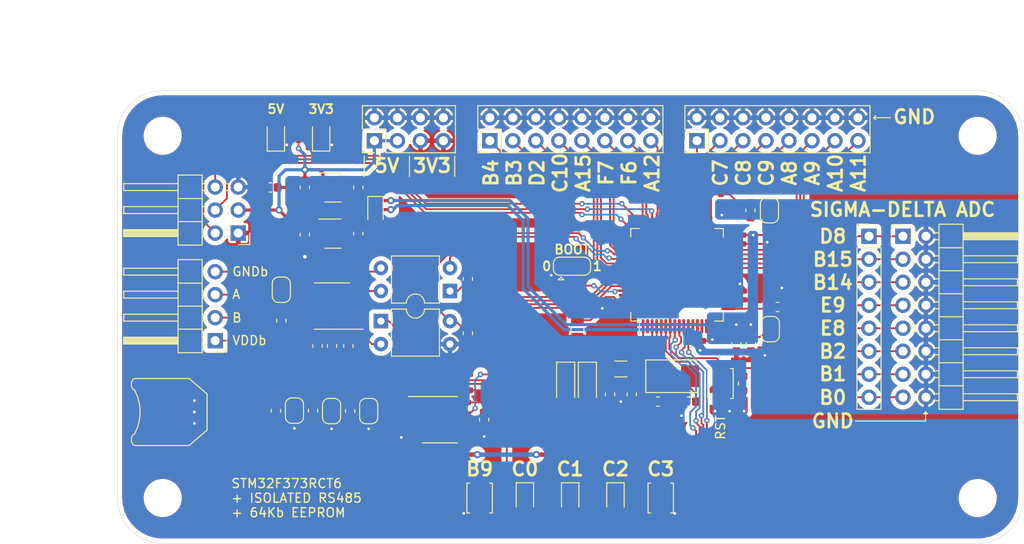
<source format=kicad_pcb>
(kicad_pcb (version 20171130) (host pcbnew "(5.1.6)-1")
  (layers (0 F.Cu signal) (31 B.Cu signal) (34 B.Paste user) (35 F.Paste user) (36 B.SilkS user) (37 F.SilkS user) (38 B.Mask user) (39 F.Mask user) (44 Edge.Cuts user))
  (net 0 "")
  (net 1 GND)
  (net 2 "Net-(BT1-Pad1)")
  (net 3 GNDA)
  (net 4 VDDA)
  (net 5 VDD)
  (net 6 "/ISOLATED RS485/VDD_BUS")
  (net 7 "/ISOLATED RS485/GND_BUS")
  (net 8 +5V)
  (net 9 GPIO_A12)
  (net 10 "/ISOLATED RS485/~Receiver_ENABLE")
  (net 11 "/ISOLATED RS485/Driver_ENABLE")
  (net 12 "/ISOLATED RS485/RX_(out)_iso")
  (net 13 "/ISOLATED RS485/TX_(in)_iso")
  (net 14 LED_1)
  (net 15 LED_2)
  (net 16 "/ISOLATED RS485/RS485_B")
  (net 17 "/ISOLATED RS485/RS485_A")
  (net 18 "Net-(C7-Pad1)")
  (net 19 "Net-(C8-Pad1)")
  (net 20 "Net-(C9-Pad1)")
  (net 21 "Net-(C10-Pad1)")
  (net 22 "Net-(JP1-Pad1)")
  (net 23 "Net-(U2-Pad4)")
  (net 24 /STM32F373RCT6/VREFSD+)
  (net 25 /STM32F373RCT6/VREF+)
  (net 26 /SD_8)
  (net 27 /SD_7)
  (net 28 /SD_6)
  (net 29 /SD_5)
  (net 30 /SD_4)
  (net 31 /SD_3)
  (net 32 /SD_2)
  (net 33 /SD_1)
  (net 34 /STM32F373RCT6/BOOT0)
  (net 35 "Net-(U1-Pad4)")
  (net 36 /EEPROM/E2)
  (net 37 /EEPROM/E1)
  (net 38 /EEPROM/E0)
  (net 39 /uC_reset)
  (net 40 +BATT)
  (net 41 /uC_SWD_CLK)
  (net 42 /uC_SWD_DIO)
  (net 43 /STM32F373RCT6/I2C_1_SDA)
  (net 44 /STM32F373RCT6/I2C_1_SCL)
  (net 45 "/ISOLATED RS485/RX_(out)")
  (net 46 "/ISOLATED RS485/TX_(in)")
  (net 47 /STM32F373RCT6/GPIO_PB5)
  (net 48 "Net-(U6-Pad61)")
  (net 49 "Net-(U6-Pad23)")
  (net 50 "Net-(U6-Pad22)")
  (net 51 "Net-(U6-Pad21)")
  (net 52 "Net-(U6-Pad20)")
  (net 53 "Net-(U6-Pad18)")
  (net 54 "Net-(U6-Pad16)")
  (net 55 "Net-(U6-Pad15)")
  (net 56 "Net-(U6-Pad14)")
  (net 57 "Net-(U6-Pad2)")
  (net 58 "Net-(D3-Pad2)")
  (net 59 "Net-(D4-Pad2)")
  (net 60 "Net-(D5-Pad2)")
  (net 61 "Net-(R8-Pad2)")
  (net 62 "Net-(R11-Pad1)")
  (net 63 "Net-(R12-Pad2)")
  (net 64 /A11)
  (net 65 /A10)
  (net 66 /A9)
  (net 67 /A8)
  (net 68 /C9)
  (net 69 /C8)
  (net 70 /C7)
  (net 71 /C6)
  (net 72 /F6)
  (net 73 /F7)
  (net 74 /A15)
  (net 75 /C10)
  (net 76 /D2)
  (net 77 /B3)
  (net 78 /B4)
  (net 79 /STM32F373RCT6/C0)
  (net 80 /STM32F373RCT6/C1)
  (net 81 /STM32F373RCT6/C2)
  (net 82 /STM32F373RCT6/B9)
  (net 83 /STM32F373RCT6/C3)
  (net 84 "Net-(D7-Pad2)")
  (net 85 "Net-(D8-Pad2)")
  (module Connector_PinHeader_2.54mm:PinHeader_2x04_P2.54mm_Vertical (layer F.Cu) (at 113.38 88.54 90)
    (fp_text reference J7 hide)
    (fp_text value Conn_02x04_Odd_Even)
    (pad 8 thru_hole oval (at 2.54 7.62 90) (size 1.7 1.7) (drill 1) (layers *.Cu *.Mask) (net 1 GND))
    (pad 7 thru_hole oval (at 0 7.62 90) (size 1.7 1.7) (drill 1) (layers *.Cu *.Mask) (net 5 VDD))
    (pad 6 thru_hole oval (at 2.54 5.08 90) (size 1.7 1.7) (drill 1) (layers *.Cu *.Mask) (net 1 GND))
    (pad 5 thru_hole oval (at 0 5.08 90) (size 1.7 1.7) (drill 1) (layers *.Cu *.Mask) (net 5 VDD))
    (pad 4 thru_hole oval (at 2.54 2.54 90) (size 1.7 1.7) (drill 1) (layers *.Cu *.Mask) (net 1 GND))
    (pad 3 thru_hole oval (at 0 2.54 90) (size 1.7 1.7) (drill 1) (layers *.Cu *.Mask) (net 8 +5V))
    (pad 2 thru_hole oval (at 2.54 0 90) (size 1.7 1.7) (drill 1) (layers *.Cu *.Mask) (net 1 GND))
    (pad 1 thru_hole rect (at 0 0 90) (size 1.7 1.7) (drill 1) (layers *.Cu *.Mask) (net 8 +5V))
  )
  (module Connector_PinHeader_2.54mm:PinHeader_2x08_P2.54mm_Vertical (layer F.Cu) (at 149 88.54 90)
    (fp_text reference J5 hide)
    (fp_text value Conn_02x08_Odd_Even)
    (pad 16 thru_hole oval (at 2.54 17.78 90) (size 1.7 1.7) (drill 1) (layers *.Cu *.Mask) (net 1 GND))
    (pad 15 thru_hole oval (at 0 17.78 90) (size 1.7 1.7) (drill 1) (layers *.Cu *.Mask) (net 64 /A11))
    (pad 14 thru_hole oval (at 2.54 15.24 90) (size 1.7 1.7) (drill 1) (layers *.Cu *.Mask) (net 1 GND))
    (pad 13 thru_hole oval (at 0 15.24 90) (size 1.7 1.7) (drill 1) (layers *.Cu *.Mask) (net 65 /A10))
    (pad 12 thru_hole oval (at 2.54 12.7 90) (size 1.7 1.7) (drill 1) (layers *.Cu *.Mask) (net 1 GND))
    (pad 11 thru_hole oval (at 0 12.7 90) (size 1.7 1.7) (drill 1) (layers *.Cu *.Mask) (net 66 /A9))
    (pad 10 thru_hole oval (at 2.54 10.16 90) (size 1.7 1.7) (drill 1) (layers *.Cu *.Mask) (net 1 GND))
    (pad 9 thru_hole oval (at 0 10.16 90) (size 1.7 1.7) (drill 1) (layers *.Cu *.Mask) (net 67 /A8))
    (pad 8 thru_hole oval (at 2.54 7.62 90) (size 1.7 1.7) (drill 1) (layers *.Cu *.Mask) (net 1 GND))
    (pad 7 thru_hole oval (at 0 7.62 90) (size 1.7 1.7) (drill 1) (layers *.Cu *.Mask) (net 68 /C9))
    (pad 6 thru_hole oval (at 2.54 5.08 90) (size 1.7 1.7) (drill 1) (layers *.Cu *.Mask) (net 1 GND))
    (pad 5 thru_hole oval (at 0 5.08 90) (size 1.7 1.7) (drill 1) (layers *.Cu *.Mask) (net 69 /C8))
    (pad 4 thru_hole oval (at 2.54 2.54 90) (size 1.7 1.7) (drill 1) (layers *.Cu *.Mask) (net 1 GND))
    (pad 3 thru_hole oval (at 0 2.54 90) (size 1.7 1.7) (drill 1) (layers *.Cu *.Mask) (net 70 /C7))
    (pad 2 thru_hole oval (at 2.54 0 90) (size 1.7 1.7) (drill 1) (layers *.Cu *.Mask) (net 1 GND))
    (pad 1 thru_hole rect (at 0 0 90) (size 1.7 1.7) (drill 1) (layers *.Cu *.Mask) (net 71 /C6))
  )
  (module Resistor_SMD:R_0402_1005Metric (layer F.Cu) (at 105 88 270)
    (fp_text reference R18 hide)
    (fp_text value 510)
    (pad 2 smd roundrect (at 0.485 0 270) (size 0.59 0.64) (layers F.Cu F.Paste F.Mask) (net 8 +5V))
    (pad 1 smd roundrect (at -0.485 0 270) (size 0.59 0.64) (layers F.Cu F.Paste F.Mask) (net 85 "Net-(D8-Pad2)"))
  )
  (module Resistor_SMD:R_0402_1005Metric (layer F.Cu) (at 110 88 270)
    (fp_text reference R17 hide)
    (fp_text value 510)
    (pad 2 smd roundrect (at 0.485 0 270) (size 0.59 0.64) (layers F.Cu F.Paste F.Mask) (net 5 VDD))
    (pad 1 smd roundrect (at -0.485 0 270) (size 0.59 0.64) (layers F.Cu F.Paste F.Mask) (net 84 "Net-(D7-Pad2)"))
  )
  (module LED_SMD:LED_0805_2012Metric (layer F.Cu) (at 102.5 88 90)
    (fp_text reference D8 hide)
    (fp_text value LED)
    (pad 2 smd roundrect (at 0.9375 0 90) (size 0.975 1.4) (layers F.Cu F.Paste F.Mask) (net 85 "Net-(D8-Pad2)"))
    (pad 1 smd roundrect (at -0.9375 0 90) (size 0.975 1.4) (layers F.Cu F.Paste F.Mask) (net 1 GND))
  )
  (module LED_SMD:LED_0805_2012Metric (layer F.Cu) (at 107.5 88 90)
    (fp_text reference D7 hide)
    (fp_text value LED)
    (pad 2 smd roundrect (at 0.9375 0 90) (size 0.975 1.4) (layers F.Cu F.Paste F.Mask) (net 84 "Net-(D7-Pad2)"))
    (pad 1 smd roundrect (at -0.9375 0 90) (size 0.975 1.4) (layers F.Cu F.Paste F.Mask) (net 1 GND))
  )
  (module Jumper:SolderJumper-2_P1.3mm_Open_RoundedPad1.0x1.5mm (layer F.Cu) (at 157.005 96.22 90)
    (fp_text reference JP4 hide)
    (fp_text value Jumper)
    (pad 2 smd custom (at 0.65 0 90) (size 1 0.5) (layers F.Cu F.Mask) (net 24 /STM32F373RCT6/VREFSD+) (options (clearance outline) (anchor rect)) (primitives (gr_circle (center 0 0.25) (end 0.5 0.25) (width 0)) (gr_circle (center 0 -0.25) (end 0.5 -0.25) (width 0)) (gr_poly (pts (xy 0 -0.75) (xy -0.5 -0.75) (xy -0.5 0.75) (xy 0 0.75)) (width 0))))
    (pad 1 smd custom (at -0.65 0 90) (size 1 0.5) (layers F.Cu F.Mask) (net 4 VDDA) (options (clearance outline) (anchor rect)) (primitives (gr_circle (center 0 0.25) (end 0.5 0.25) (width 0)) (gr_circle (center 0 -0.25) (end 0.5 -0.25) (width 0)) (gr_poly (pts (xy 0 -0.75) (xy 0.5 -0.75) (xy 0.5 0.75) (xy 0 0.75)) (width 0))))
  )
  (module Jumper:SolderJumper-2_P1.3mm_Open_RoundedPad1.0x1.5mm (layer F.Cu) (at 157.1 109.35 90)
    (fp_text reference JP3 hide)
    (fp_text value Jumper)
    (pad 2 smd custom (at 0.65 0 90) (size 1 0.5) (layers F.Cu F.Mask) (net 25 /STM32F373RCT6/VREF+) (options (clearance outline) (anchor rect)) (primitives (gr_circle (center 0 0.25) (end 0.5 0.25) (width 0)) (gr_circle (center 0 -0.25) (end 0.5 -0.25) (width 0)) (gr_poly (pts (xy 0 -0.75) (xy -0.5 -0.75) (xy -0.5 0.75) (xy 0 0.75)) (width 0))))
    (pad 1 smd custom (at -0.65 0 90) (size 1 0.5) (layers F.Cu F.Mask) (net 4 VDDA) (options (clearance outline) (anchor rect)) (primitives (gr_circle (center 0 0.25) (end 0.5 0.25) (width 0)) (gr_circle (center 0 -0.25) (end 0.5 -0.25) (width 0)) (gr_poly (pts (xy 0 -0.75) (xy 0.5 -0.75) (xy 0.5 0.75) (xy 0 0.75)) (width 0))))
  )
  (module Capacitor_SMD:C_0402_1005Metric (layer F.Cu) (at 151.65 94.95 270)
    (fp_text reference C15 hide)
    (fp_text value 10n)
    (pad 2 smd roundrect (at 0.485 0 270) (size 0.59 0.64) (layers F.Cu F.Paste F.Mask) (net 3 GNDA))
    (pad 1 smd roundrect (at -0.485 0 270) (size 0.59 0.64) (layers F.Cu F.Paste F.Mask) (net 24 /STM32F373RCT6/VREFSD+))
  )
  (module Connector_PinHeader_2.54mm:PinHeader_1x04_P2.54mm_Horizontal (layer F.Cu) (at 95.8 110.62 180)
    (fp_text reference J1 hide)
    (fp_text value RS485_connector)
    (pad 4 thru_hole oval (at 0 7.62 180) (size 1.7 1.7) (drill 1) (layers *.Cu *.Mask) (net 7 "/ISOLATED RS485/GND_BUS"))
    (pad 3 thru_hole oval (at 0 5.08 180) (size 1.7 1.7) (drill 1) (layers *.Cu *.Mask) (net 17 "/ISOLATED RS485/RS485_A"))
    (pad 2 thru_hole oval (at 0 2.54 180) (size 1.7 1.7) (drill 1) (layers *.Cu *.Mask) (net 16 "/ISOLATED RS485/RS485_B"))
    (pad 1 thru_hole rect (at 0 0 180) (size 1.7 1.7) (drill 1) (layers *.Cu *.Mask) (net 6 "/ISOLATED RS485/VDD_BUS"))
  )
  (module Button_Switch_SMD:SW_SPST_B3U-1000P (layer F.Cu) (at 145 128 90)
    (fp_text reference SW2 hide)
    (fp_text value SW)
    (pad 2 smd rect (at 1.7 0 90) (size 0.9 1.7) (layers F.Cu F.Paste F.Mask) (net 83 /STM32F373RCT6/C3))
    (pad 1 smd rect (at -1.7 0 90) (size 0.9 1.7) (layers F.Cu F.Paste F.Mask) (net 1 GND))
  )
  (module Button_Switch_SMD:SW_SPST_B3U-1000P (layer F.Cu) (at 125 128 90)
    (fp_text reference SW1 hide)
    (fp_text value SW)
    (pad 2 smd rect (at 1.7 0 90) (size 0.9 1.7) (layers F.Cu F.Paste F.Mask) (net 82 /STM32F373RCT6/B9))
    (pad 1 smd rect (at -1.7 0 90) (size 0.9 1.7) (layers F.Cu F.Paste F.Mask) (net 1 GND))
  )
  (module Resistor_SMD:R_0402_1005Metric (layer F.Cu) (at 123.5 114.3 180)
    (fp_text reference R6 hide)
    (fp_text value 4K7)
    (pad 2 smd roundrect (at 0.485 0 180) (size 0.59 0.64) (layers F.Cu F.Paste F.Mask) (net 44 /STM32F373RCT6/I2C_1_SCL))
    (pad 1 smd roundrect (at -0.485 0 180) (size 0.59 0.64) (layers F.Cu F.Paste F.Mask) (net 5 VDD))
  )
  (module Resistor_SMD:R_0402_1005Metric (layer F.Cu) (at 123.5 116.1 180)
    (fp_text reference R5 hide)
    (fp_text value 4K7)
    (pad 2 smd roundrect (at 0.485 0 180) (size 0.59 0.64) (layers F.Cu F.Paste F.Mask) (net 43 /STM32F373RCT6/I2C_1_SDA))
    (pad 1 smd roundrect (at -0.485 0 180) (size 0.59 0.64) (layers F.Cu F.Paste F.Mask) (net 5 VDD))
  )
  (module Resistor_SMD:R_0402_1005Metric (layer F.Cu) (at 141.6 127.2 90)
    (fp_text reference R4 hide)
    (fp_text value 510)
    (pad 2 smd roundrect (at 0.485 0 90) (size 0.59 0.64) (layers F.Cu F.Paste F.Mask) (net 5 VDD))
    (pad 1 smd roundrect (at -0.485 0 90) (size 0.59 0.64) (layers F.Cu F.Paste F.Mask) (net 60 "Net-(D5-Pad2)"))
  )
  (module Resistor_SMD:R_0402_1005Metric (layer F.Cu) (at 136.6 127.2 90)
    (fp_text reference R3 hide)
    (fp_text value 510)
    (pad 2 smd roundrect (at 0.485 0 90) (size 0.59 0.64) (layers F.Cu F.Paste F.Mask) (net 5 VDD))
    (pad 1 smd roundrect (at -0.485 0 90) (size 0.59 0.64) (layers F.Cu F.Paste F.Mask) (net 59 "Net-(D4-Pad2)"))
  )
  (module Resistor_SMD:R_0402_1005Metric (layer F.Cu) (at 131.6 127.2 90)
    (fp_text reference R2 hide)
    (fp_text value 510)
    (pad 2 smd roundrect (at 0.485 0 90) (size 0.59 0.64) (layers F.Cu F.Paste F.Mask) (net 5 VDD))
    (pad 1 smd roundrect (at -0.485 0 90) (size 0.59 0.64) (layers F.Cu F.Paste F.Mask) (net 58 "Net-(D3-Pad2)"))
  )
  (module LED_SMD:LED_0805_2012Metric (layer F.Cu) (at 140 128 270)
    (fp_text reference D5 hide)
    (fp_text value LED)
    (pad 2 smd roundrect (at 0.9375 0 270) (size 0.975 1.4) (layers F.Cu F.Paste F.Mask) (net 60 "Net-(D5-Pad2)"))
    (pad 1 smd roundrect (at -0.9375 0 270) (size 0.975 1.4) (layers F.Cu F.Paste F.Mask) (net 81 /STM32F373RCT6/C2))
  )
  (module LED_SMD:LED_0805_2012Metric (layer F.Cu) (at 135 128 270)
    (fp_text reference D4 hide)
    (fp_text value LED)
    (pad 2 smd roundrect (at 0.9375 0 270) (size 0.975 1.4) (layers F.Cu F.Paste F.Mask) (net 59 "Net-(D4-Pad2)"))
    (pad 1 smd roundrect (at -0.9375 0 270) (size 0.975 1.4) (layers F.Cu F.Paste F.Mask) (net 80 /STM32F373RCT6/C1))
  )
  (module LED_SMD:LED_0805_2012Metric (layer F.Cu) (at 130 128 270)
    (fp_text reference D3 hide)
    (fp_text value LED)
    (pad 2 smd roundrect (at 0.9375 0 270) (size 0.975 1.4) (layers F.Cu F.Paste F.Mask) (net 58 "Net-(D3-Pad2)"))
    (pad 1 smd roundrect (at -0.9375 0 270) (size 0.975 1.4) (layers F.Cu F.Paste F.Mask) (net 79 /STM32F373RCT6/C0))
  )
  (module Resistor_SMD:R_0402_1005Metric (layer F.Cu) (at 135.2 104.55)
    (fp_text reference R12 hide)
    (fp_text value 10K)
    (pad 2 smd roundrect (at 0.485 0) (size 0.59 0.64) (layers F.Cu F.Paste F.Mask) (net 63 "Net-(R12-Pad2)"))
    (pad 1 smd roundrect (at -0.485 0) (size 0.59 0.64) (layers F.Cu F.Paste F.Mask) (net 34 /STM32F373RCT6/BOOT0))
  )
  (module Resistor_SMD:R_0402_1005Metric (layer F.Cu) (at 155.45 115.35 270)
    (fp_text reference R13 hide)
    (fp_text value 10K)
    (pad 2 smd roundrect (at 0.485 0 270) (size 0.59 0.64) (layers F.Cu F.Paste F.Mask) (net 5 VDD))
    (pad 1 smd roundrect (at -0.485 0 270) (size 0.59 0.64) (layers F.Cu F.Paste F.Mask) (net 39 /uC_reset))
  )
  (module Diode_SMD:D_SOD-323 (layer F.Cu) (at 113.5 96.2 270)
    (fp_text reference D6 hide)
    (fp_text value " STPS0530Z")
    (pad 2 smd rect (at 1.05 0 270) (size 0.6 0.45) (layers F.Cu F.Paste F.Mask) (net 5 VDD))
    (pad 1 smd rect (at -1.05 0 270) (size 0.6 0.45) (layers F.Cu F.Paste F.Mask) (net 4 VDDA))
  )
  (module Button_Switch_SMD:SW_SPST_B3U-1000P (layer F.Cu) (at 151.6 115.35 270)
    (fp_text reference SW3 hide)
    (fp_text value SW_RESET)
    (pad 2 smd rect (at 1.7 0 270) (size 0.9 1.7) (layers F.Cu F.Paste F.Mask) (net 1 GND))
    (pad 1 smd rect (at -1.7 0 270) (size 0.9 1.7) (layers F.Cu F.Paste F.Mask) (net 39 /uC_reset))
  )
  (module Capacitor_SMD:C_0402_1005Metric (layer F.Cu) (at 139.4 107.15 90)
    (fp_text reference C20 hide)
    (fp_text value 100n)
    (pad 2 smd roundrect (at 0.485 0 90) (size 0.59 0.64) (layers F.Cu F.Paste F.Mask) (net 1 GND))
    (pad 1 smd roundrect (at -0.485 0 90) (size 0.59 0.64) (layers F.Cu F.Paste F.Mask) (net 5 VDD))
  )
  (module Capacitor_SMD:C_0402_1005Metric (layer F.Cu) (at 154.225 105.625 90)
    (fp_text reference C19 hide)
    (fp_text value 100n)
    (pad 2 smd roundrect (at 0.485 0 90) (size 0.59 0.64) (layers F.Cu F.Paste F.Mask) (net 1 GND))
    (pad 1 smd roundrect (at -0.485 0 90) (size 0.59 0.64) (layers F.Cu F.Paste F.Mask) (net 5 VDD))
  )
  (module Capacitor_SMD:C_0402_1005Metric (layer F.Cu) (at 157.9 105.6)
    (fp_text reference C17 hide)
    (fp_text value 10n)
    (pad 2 smd roundrect (at 0.485 0) (size 0.59 0.64) (layers F.Cu F.Paste F.Mask) (net 3 GNDA))
    (pad 1 smd roundrect (at -0.485 0) (size 0.59 0.64) (layers F.Cu F.Paste F.Mask) (net 25 /STM32F373RCT6/VREF+))
  )
  (module Capacitor_SMD:C_0402_1005Metric (layer F.Cu) (at 154.15 99.45 270)
    (fp_text reference C13 hide)
    (fp_text value 10n)
    (pad 2 smd roundrect (at 0.485 0 270) (size 0.59 0.64) (layers F.Cu F.Paste F.Mask) (net 3 GNDA))
    (pad 1 smd roundrect (at -0.485 0 270) (size 0.59 0.64) (layers F.Cu F.Paste F.Mask) (net 4 VDDA))
  )
  (module Capacitor_SMD:C_0402_1005Metric (layer F.Cu) (at 149.25 110.65 180)
    (fp_text reference C6 hide)
    (fp_text value 10n)
    (pad 2 smd roundrect (at 0.485 0 180) (size 0.59 0.64) (layers F.Cu F.Paste F.Mask) (net 3 GNDA))
    (pad 1 smd roundrect (at -0.485 0 180) (size 0.59 0.64) (layers F.Cu F.Paste F.Mask) (net 4 VDDA))
  )
  (module Package_SO:SOIC-8_3.9x4.9mm_P1.27mm (layer F.Cu) (at 120.6 119.35)
    (fp_text reference U7 hide)
    (fp_text value M24C64-FDW)
    (pad 8 smd roundrect (at 2.475 -1.905) (size 1.95 0.6) (layers F.Cu F.Paste F.Mask) (net 5 VDD))
    (pad 7 smd roundrect (at 2.475 -0.635) (size 1.95 0.6) (layers F.Cu F.Paste F.Mask) (net 47 /STM32F373RCT6/GPIO_PB5))
    (pad 6 smd roundrect (at 2.475 0.635) (size 1.95 0.6) (layers F.Cu F.Paste F.Mask) (net 43 /STM32F373RCT6/I2C_1_SDA))
    (pad 5 smd roundrect (at 2.475 1.905) (size 1.95 0.6) (layers F.Cu F.Paste F.Mask) (net 44 /STM32F373RCT6/I2C_1_SCL))
    (pad 4 smd roundrect (at -2.475 1.905) (size 1.95 0.6) (layers F.Cu F.Paste F.Mask) (net 1 GND))
    (pad 3 smd roundrect (at -2.475 0.635) (size 1.95 0.6) (layers F.Cu F.Paste F.Mask) (net 36 /EEPROM/E2))
    (pad 2 smd roundrect (at -2.475 -0.635) (size 1.95 0.6) (layers F.Cu F.Paste F.Mask) (net 37 /EEPROM/E1))
    (pad 1 smd roundrect (at -2.475 -1.905) (size 1.95 0.6) (layers F.Cu F.Paste F.Mask) (net 38 /EEPROM/E0))
  )
  (module Resistor_SMD:R_0603_1608Metric (layer F.Cu) (at 102.5 118.35 90)
    (fp_text reference R16 hide)
    (fp_text value 47K)
    (pad 2 smd roundrect (at 0.7875 0 90) (size 0.875 0.95) (layers F.Cu F.Paste F.Mask) (net 38 /EEPROM/E0))
    (pad 1 smd roundrect (at -0.7875 0 90) (size 0.875 0.95) (layers F.Cu F.Paste F.Mask) (net 5 VDD))
  )
  (module Resistor_SMD:R_0603_1608Metric (layer F.Cu) (at 106.6 118.35 90)
    (fp_text reference R15 hide)
    (fp_text value 47K)
    (pad 2 smd roundrect (at 0.7875 0 90) (size 0.875 0.95) (layers F.Cu F.Paste F.Mask) (net 37 /EEPROM/E1))
    (pad 1 smd roundrect (at -0.7875 0 90) (size 0.875 0.95) (layers F.Cu F.Paste F.Mask) (net 5 VDD))
  )
  (module Resistor_SMD:R_0603_1608Metric (layer F.Cu) (at 110.7 118.4 90)
    (fp_text reference R14 hide)
    (fp_text value 47K)
    (pad 2 smd roundrect (at 0.7875 0 90) (size 0.875 0.95) (layers F.Cu F.Paste F.Mask) (net 36 /EEPROM/E2))
    (pad 1 smd roundrect (at -0.7875 0 90) (size 0.875 0.95) (layers F.Cu F.Paste F.Mask) (net 5 VDD))
  )
  (module Jumper:SolderJumper-2_P1.3mm_Open_RoundedPad1.0x1.5mm (layer F.Cu) (at 104.55 118.35 90)
    (fp_text reference JP7 hide)
    (fp_text value Jumper)
    (pad 2 smd custom (at 0.65 0 90) (size 1 0.5) (layers F.Cu F.Mask) (net 38 /EEPROM/E0) (options (clearance outline) (anchor rect)) (primitives (gr_circle (center 0 0.25) (end 0.5 0.25) (width 0)) (gr_circle (center 0 -0.25) (end 0.5 -0.25) (width 0)) (gr_poly (pts (xy 0 -0.75) (xy -0.5 -0.75) (xy -0.5 0.75) (xy 0 0.75)) (width 0))))
    (pad 1 smd custom (at -0.65 0 90) (size 1 0.5) (layers F.Cu F.Mask) (net 1 GND) (options (clearance outline) (anchor rect)) (primitives (gr_circle (center 0 0.25) (end 0.5 0.25) (width 0)) (gr_circle (center 0 -0.25) (end 0.5 -0.25) (width 0)) (gr_poly (pts (xy 0 -0.75) (xy 0.5 -0.75) (xy 0.5 0.75) (xy 0 0.75)) (width 0))))
  )
  (module Jumper:SolderJumper-2_P1.3mm_Open_RoundedPad1.0x1.5mm (layer F.Cu) (at 108.65 118.4 90)
    (fp_text reference JP6 hide)
    (fp_text value Jumper)
    (pad 2 smd custom (at 0.65 0 90) (size 1 0.5) (layers F.Cu F.Mask) (net 37 /EEPROM/E1) (options (clearance outline) (anchor rect)) (primitives (gr_circle (center 0 0.25) (end 0.5 0.25) (width 0)) (gr_circle (center 0 -0.25) (end 0.5 -0.25) (width 0)) (gr_poly (pts (xy 0 -0.75) (xy -0.5 -0.75) (xy -0.5 0.75) (xy 0 0.75)) (width 0))))
    (pad 1 smd custom (at -0.65 0 90) (size 1 0.5) (layers F.Cu F.Mask) (net 1 GND) (options (clearance outline) (anchor rect)) (primitives (gr_circle (center 0 0.25) (end 0.5 0.25) (width 0)) (gr_circle (center 0 -0.25) (end 0.5 -0.25) (width 0)) (gr_poly (pts (xy 0 -0.75) (xy 0.5 -0.75) (xy 0.5 0.75) (xy 0 0.75)) (width 0))))
  )
  (module Jumper:SolderJumper-2_P1.3mm_Open_RoundedPad1.0x1.5mm (layer F.Cu) (at 112.75 118.4 90)
    (fp_text reference JP5 hide)
    (fp_text value Jumper)
    (pad 2 smd custom (at 0.65 0 90) (size 1 0.5) (layers F.Cu F.Mask) (net 36 /EEPROM/E2) (options (clearance outline) (anchor rect)) (primitives (gr_circle (center 0 0.25) (end 0.5 0.25) (width 0)) (gr_circle (center 0 -0.25) (end 0.5 -0.25) (width 0)) (gr_poly (pts (xy 0 -0.75) (xy -0.5 -0.75) (xy -0.5 0.75) (xy 0 0.75)) (width 0))))
    (pad 1 smd custom (at -0.65 0 90) (size 1 0.5) (layers F.Cu F.Mask) (net 1 GND) (options (clearance outline) (anchor rect)) (primitives (gr_circle (center 0 0.25) (end 0.5 0.25) (width 0)) (gr_circle (center 0 -0.25) (end 0.5 -0.25) (width 0)) (gr_poly (pts (xy 0 -0.75) (xy 0.5 -0.75) (xy 0.5 0.75) (xy 0 0.75)) (width 0))))
  )
  (module Capacitor_SMD:C_0603_1608Metric (layer F.Cu) (at 125.5 119.35 90)
    (fp_text reference C22 hide)
    (fp_text value 100n)
    (pad 2 smd roundrect (at 0.7875 0 90) (size 0.875 0.95) (layers F.Cu F.Paste F.Mask) (net 5 VDD))
    (pad 1 smd roundrect (at -0.7875 0 90) (size 0.875 0.95) (layers F.Cu F.Paste F.Mask) (net 1 GND))
  )
  (module Resistor_SMD:R_0603_1608Metric (layer F.Cu) (at 101.9 93.7)
    (fp_text reference R1 hide)
    (fp_text value 0)
    (pad 2 smd roundrect (at 0.7875 0) (size 0.875 0.95) (layers F.Cu F.Paste F.Mask) (net 3 GNDA))
    (pad 1 smd roundrect (at -0.7875 0) (size 0.875 0.95) (layers F.Cu F.Paste F.Mask) (net 1 GND))
  )
  (module Crystal:Crystal_SMD_3215-2Pin_3.2x1.5mm (layer F.Cu) (at 140.6 113.75 180)
    (fp_text reference Y2 hide)
    (fp_text value 32768)
    (pad 2 smd rect (at -1.25 0 180) (size 1 1.8) (layers F.Cu F.Paste F.Mask) (net 21 "Net-(C10-Pad1)"))
    (pad 1 smd rect (at 1.25 0 180) (size 1 1.8) (layers F.Cu F.Paste F.Mask) (net 20 "Net-(C9-Pad1)"))
  )
  (module Crystal:Crystal_SMD_5032-2Pin_5.0x3.2mm (layer F.Cu) (at 146.4 114.55)
    (fp_text reference Y1 hide)
    (fp_text value 8M)
    (pad 2 smd rect (at 1.85 0) (size 2 2.4) (layers F.Cu F.Paste F.Mask) (net 19 "Net-(C8-Pad1)"))
    (pad 1 smd rect (at -1.85 0) (size 2 2.4) (layers F.Cu F.Paste F.Mask) (net 18 "Net-(C7-Pad1)"))
  )
  (module Package_QFP:LQFP-64_10x10mm_P0.5mm (layer F.Cu) (at 146.8 103.35 90)
    (fp_text reference U6 hide)
    (fp_text value STM32F373RCTx)
    (pad 64 smd roundrect (at -3.75 -5.675 90) (size 0.3 1.55) (layers F.Cu F.Paste F.Mask) (net 5 VDD))
    (pad 63 smd roundrect (at -3.25 -5.675 90) (size 0.3 1.55) (layers F.Cu F.Paste F.Mask) (net 1 GND))
    (pad 62 smd roundrect (at -2.75 -5.675 90) (size 0.3 1.55) (layers F.Cu F.Paste F.Mask) (net 82 /STM32F373RCT6/B9))
    (pad 61 smd roundrect (at -2.25 -5.675 90) (size 0.3 1.55) (layers F.Cu F.Paste F.Mask) (net 48 "Net-(U6-Pad61)"))
    (pad 60 smd roundrect (at -1.75 -5.675 90) (size 0.3 1.55) (layers F.Cu F.Paste F.Mask) (net 63 "Net-(R12-Pad2)"))
    (pad 59 smd roundrect (at -1.25 -5.675 90) (size 0.3 1.55) (layers F.Cu F.Paste F.Mask) (net 43 /STM32F373RCT6/I2C_1_SDA))
    (pad 58 smd roundrect (at -0.75 -5.675 90) (size 0.3 1.55) (layers F.Cu F.Paste F.Mask) (net 44 /STM32F373RCT6/I2C_1_SCL))
    (pad 57 smd roundrect (at -0.25 -5.675 90) (size 0.3 1.55) (layers F.Cu F.Paste F.Mask) (net 47 /STM32F373RCT6/GPIO_PB5))
    (pad 56 smd roundrect (at 0.25 -5.675 90) (size 0.3 1.55) (layers F.Cu F.Paste F.Mask) (net 78 /B4))
    (pad 55 smd roundrect (at 0.75 -5.675 90) (size 0.3 1.55) (layers F.Cu F.Paste F.Mask) (net 77 /B3))
    (pad 54 smd roundrect (at 1.25 -5.675 90) (size 0.3 1.55) (layers F.Cu F.Paste F.Mask) (net 76 /D2))
    (pad 53 smd roundrect (at 1.75 -5.675 90) (size 0.3 1.55) (layers F.Cu F.Paste F.Mask) (net 46 "/ISOLATED RS485/TX_(in)"))
    (pad 52 smd roundrect (at 2.25 -5.675 90) (size 0.3 1.55) (layers F.Cu F.Paste F.Mask) (net 45 "/ISOLATED RS485/RX_(out)"))
    (pad 51 smd roundrect (at 2.75 -5.675 90) (size 0.3 1.55) (layers F.Cu F.Paste F.Mask) (net 75 /C10))
    (pad 50 smd roundrect (at 3.25 -5.675 90) (size 0.3 1.55) (layers F.Cu F.Paste F.Mask) (net 74 /A15))
    (pad 49 smd roundrect (at 3.75 -5.675 90) (size 0.3 1.55) (layers F.Cu F.Paste F.Mask) (net 41 /uC_SWD_CLK))
    (pad 48 smd roundrect (at 5.675 -3.75 90) (size 1.55 0.3) (layers F.Cu F.Paste F.Mask) (net 73 /F7))
    (pad 47 smd roundrect (at 5.675 -3.25 90) (size 1.55 0.3) (layers F.Cu F.Paste F.Mask) (net 72 /F6))
    (pad 46 smd roundrect (at 5.675 -2.75 90) (size 1.55 0.3) (layers F.Cu F.Paste F.Mask) (net 42 /uC_SWD_DIO))
    (pad 45 smd roundrect (at 5.675 -2.25 90) (size 1.55 0.3) (layers F.Cu F.Paste F.Mask) (net 9 GPIO_A12))
    (pad 44 smd roundrect (at 5.675 -1.75 90) (size 1.55 0.3) (layers F.Cu F.Paste F.Mask) (net 71 /C6))
    (pad 43 smd roundrect (at 5.675 -1.25 90) (size 1.55 0.3) (layers F.Cu F.Paste F.Mask) (net 70 /C7))
    (pad 42 smd roundrect (at 5.675 -0.75 90) (size 1.55 0.3) (layers F.Cu F.Paste F.Mask) (net 69 /C8))
    (pad 41 smd roundrect (at 5.675 -0.25 90) (size 1.55 0.3) (layers F.Cu F.Paste F.Mask) (net 68 /C9))
    (pad 40 smd roundrect (at 5.675 0.25 90) (size 1.55 0.3) (layers F.Cu F.Paste F.Mask) (net 67 /A8))
    (pad 39 smd roundrect (at 5.675 0.75 90) (size 1.55 0.3) (layers F.Cu F.Paste F.Mask) (net 66 /A9))
    (pad 38 smd roundrect (at 5.675 1.25 90) (size 1.55 0.3) (layers F.Cu F.Paste F.Mask) (net 65 /A10))
    (pad 37 smd roundrect (at 5.675 1.75 90) (size 1.55 0.3) (layers F.Cu F.Paste F.Mask) (net 64 /A11))
    (pad 36 smd roundrect (at 5.675 2.25 90) (size 1.55 0.3) (layers F.Cu F.Paste F.Mask) (net 33 /SD_1))
    (pad 35 smd roundrect (at 5.675 2.75 90) (size 1.55 0.3) (layers F.Cu F.Paste F.Mask) (net 32 /SD_2))
    (pad 34 smd roundrect (at 5.675 3.25 90) (size 1.55 0.3) (layers F.Cu F.Paste F.Mask) (net 31 /SD_3))
    (pad 33 smd roundrect (at 5.675 3.75 90) (size 1.55 0.3) (layers F.Cu F.Paste F.Mask) (net 24 /STM32F373RCT6/VREFSD+))
    (pad 32 smd roundrect (at 3.75 5.675 90) (size 0.3 1.55) (layers F.Cu F.Paste F.Mask) (net 4 VDDA))
    (pad 31 smd roundrect (at 3.25 5.675 90) (size 0.3 1.55) (layers F.Cu F.Paste F.Mask) (net 3 GNDA))
    (pad 30 smd roundrect (at 2.75 5.675 90) (size 0.3 1.55) (layers F.Cu F.Paste F.Mask) (net 30 /SD_4))
    (pad 29 smd roundrect (at 2.25 5.675 90) (size 0.3 1.55) (layers F.Cu F.Paste F.Mask) (net 29 /SD_5))
    (pad 28 smd roundrect (at 1.75 5.675 90) (size 0.3 1.55) (layers F.Cu F.Paste F.Mask) (net 28 /SD_6))
    (pad 27 smd roundrect (at 1.25 5.675 90) (size 0.3 1.55) (layers F.Cu F.Paste F.Mask) (net 27 /SD_7))
    (pad 26 smd roundrect (at 0.75 5.675 90) (size 0.3 1.55) (layers F.Cu F.Paste F.Mask) (net 26 /SD_8))
    (pad 25 smd roundrect (at 0.25 5.675 90) (size 0.3 1.55) (layers F.Cu F.Paste F.Mask) (net 14 LED_1))
    (pad 24 smd roundrect (at -0.25 5.675 90) (size 0.3 1.55) (layers F.Cu F.Paste F.Mask) (net 15 LED_2))
    (pad 23 smd roundrect (at -0.75 5.675 90) (size 0.3 1.55) (layers F.Cu F.Paste F.Mask) (net 49 "Net-(U6-Pad23)"))
    (pad 22 smd roundrect (at -1.25 5.675 90) (size 0.3 1.55) (layers F.Cu F.Paste F.Mask) (net 50 "Net-(U6-Pad22)"))
    (pad 21 smd roundrect (at -1.75 5.675 90) (size 0.3 1.55) (layers F.Cu F.Paste F.Mask) (net 51 "Net-(U6-Pad21)"))
    (pad 20 smd roundrect (at -2.25 5.675 90) (size 0.3 1.55) (layers F.Cu F.Paste F.Mask) (net 52 "Net-(U6-Pad20)"))
    (pad 19 smd roundrect (at -2.75 5.675 90) (size 0.3 1.55) (layers F.Cu F.Paste F.Mask) (net 5 VDD))
    (pad 18 smd roundrect (at -3.25 5.675 90) (size 0.3 1.55) (layers F.Cu F.Paste F.Mask) (net 53 "Net-(U6-Pad18)"))
    (pad 17 smd roundrect (at -3.75 5.675 90) (size 0.3 1.55) (layers F.Cu F.Paste F.Mask) (net 25 /STM32F373RCT6/VREF+))
    (pad 16 smd roundrect (at -5.675 3.75 90) (size 1.55 0.3) (layers F.Cu F.Paste F.Mask) (net 54 "Net-(U6-Pad16)"))
    (pad 15 smd roundrect (at -5.675 3.25 90) (size 1.55 0.3) (layers F.Cu F.Paste F.Mask) (net 55 "Net-(U6-Pad15)"))
    (pad 14 smd roundrect (at -5.675 2.75 90) (size 1.55 0.3) (layers F.Cu F.Paste F.Mask) (net 56 "Net-(U6-Pad14)"))
    (pad 13 smd roundrect (at -5.675 2.25 90) (size 1.55 0.3) (layers F.Cu F.Paste F.Mask) (net 4 VDDA))
    (pad 12 smd roundrect (at -5.675 1.75 90) (size 1.55 0.3) (layers F.Cu F.Paste F.Mask) (net 3 GNDA))
    (pad 11 smd roundrect (at -5.675 1.25 90) (size 1.55 0.3) (layers F.Cu F.Paste F.Mask) (net 83 /STM32F373RCT6/C3))
    (pad 10 smd roundrect (at -5.675 0.75 90) (size 1.55 0.3) (layers F.Cu F.Paste F.Mask) (net 81 /STM32F373RCT6/C2))
    (pad 9 smd roundrect (at -5.675 0.25 90) (size 1.55 0.3) (layers F.Cu F.Paste F.Mask) (net 80 /STM32F373RCT6/C1))
    (pad 8 smd roundrect (at -5.675 -0.25 90) (size 1.55 0.3) (layers F.Cu F.Paste F.Mask) (net 79 /STM32F373RCT6/C0))
    (pad 7 smd roundrect (at -5.675 -0.75 90) (size 1.55 0.3) (layers F.Cu F.Paste F.Mask) (net 39 /uC_reset))
    (pad 6 smd roundrect (at -5.675 -1.25 90) (size 1.55 0.3) (layers F.Cu F.Paste F.Mask) (net 19 "Net-(C8-Pad1)"))
    (pad 5 smd roundrect (at -5.675 -1.75 90) (size 1.55 0.3) (layers F.Cu F.Paste F.Mask) (net 18 "Net-(C7-Pad1)"))
    (pad 4 smd roundrect (at -5.675 -2.25 90) (size 1.55 0.3) (layers F.Cu F.Paste F.Mask) (net 21 "Net-(C10-Pad1)"))
    (pad 3 smd roundrect (at -5.675 -2.75 90) (size 1.55 0.3) (layers F.Cu F.Paste F.Mask) (net 20 "Net-(C9-Pad1)"))
    (pad 2 smd roundrect (at -5.675 -3.25 90) (size 1.55 0.3) (layers F.Cu F.Paste F.Mask) (net 57 "Net-(U6-Pad2)"))
    (pad 1 smd roundrect (at -5.675 -3.75 90) (size 1.55 0.3) (layers F.Cu F.Paste F.Mask) (net 40 +BATT))
  )
  (module Package_TO_SOT_SMD:SOT-23-5 (layer F.Cu) (at 108.8 93.7)
    (fp_text reference U2 hide)
    (fp_text value AP2127K-3.3)
    (pad 5 smd rect (at 1.1 -0.95) (size 1.06 0.65) (layers F.Cu F.Paste F.Mask) (net 4 VDDA))
    (pad 4 smd rect (at 1.1 0.95) (size 1.06 0.65) (layers F.Cu F.Paste F.Mask) (net 23 "Net-(U2-Pad4)"))
    (pad 3 smd rect (at -1.1 0.95) (size 1.06 0.65) (layers F.Cu F.Paste F.Mask) (net 8 +5V))
    (pad 2 smd rect (at -1.1 0) (size 1.06 0.65) (layers F.Cu F.Paste F.Mask) (net 3 GNDA))
    (pad 1 smd rect (at -1.1 -0.95) (size 1.06 0.65) (layers F.Cu F.Paste F.Mask) (net 8 +5V))
  )
  (module Package_TO_SOT_SMD:SOT-23-5 (layer F.Cu) (at 108.8 98.8)
    (fp_text reference U1 hide)
    (fp_text value AP2127K-3.3)
    (pad 5 smd rect (at 1.1 -0.95) (size 1.06 0.65) (layers F.Cu F.Paste F.Mask) (net 5 VDD))
    (pad 4 smd rect (at 1.1 0.95) (size 1.06 0.65) (layers F.Cu F.Paste F.Mask) (net 35 "Net-(U1-Pad4)"))
    (pad 3 smd rect (at -1.1 0.95) (size 1.06 0.65) (layers F.Cu F.Paste F.Mask) (net 8 +5V))
    (pad 2 smd rect (at -1.1 0) (size 1.06 0.65) (layers F.Cu F.Paste F.Mask) (net 1 GND))
    (pad 1 smd rect (at -1.1 -0.95) (size 1.06 0.65) (layers F.Cu F.Paste F.Mask) (net 8 +5V))
  )
  (module Jumper:SolderJumper-3_P1.3mm_Open_RoundedPad1.0x1.5mm (layer F.Cu) (at 135.2 102.4)
    (fp_text reference JP2 hide)
    (fp_text value Jumper_BOOT0)
    (pad 2 smd rect (at 0 0) (size 1 1.5) (layers F.Cu F.Mask) (net 34 /STM32F373RCT6/BOOT0))
    (pad 3 smd custom (at 1.3 0) (size 1 0.5) (layers F.Cu F.Mask) (net 5 VDD) (options (clearance outline) (anchor rect)) (primitives (gr_circle (center 0 0.25) (end 0.5 0.25) (width 0)) (gr_circle (center 0 -0.25) (end 0.5 -0.25) (width 0)) (gr_poly (pts (xy -0.55 -0.75) (xy 0 -0.75) (xy 0 0.75) (xy -0.55 0.75)) (width 0))))
    (pad 1 smd custom (at -1.3 0) (size 1 0.5) (layers F.Cu F.Mask) (net 1 GND) (options (clearance outline) (anchor rect)) (primitives (gr_circle (center 0 0.25) (end 0.5 0.25) (width 0)) (gr_circle (center 0 -0.25) (end 0.5 -0.25) (width 0)) (gr_poly (pts (xy 0.55 -0.75) (xy 0 -0.75) (xy 0 0.75) (xy 0.55 0.75)) (width 0))))
  )
  (module Connector_PinHeader_2.54mm:PinHeader_1x08_P2.54mm_Vertical (layer F.Cu) (at 168 99.09)
    (fp_text reference J3 hide)
    (fp_text value Conn_01x08)
    (pad 8 thru_hole oval (at 0 17.78) (size 1.7 1.7) (drill 1) (layers *.Cu *.Mask) (net 26 /SD_8))
    (pad 7 thru_hole oval (at 0 15.24) (size 1.7 1.7) (drill 1) (layers *.Cu *.Mask) (net 27 /SD_7))
    (pad 6 thru_hole oval (at 0 12.7) (size 1.7 1.7) (drill 1) (layers *.Cu *.Mask) (net 28 /SD_6))
    (pad 5 thru_hole oval (at 0 10.16) (size 1.7 1.7) (drill 1) (layers *.Cu *.Mask) (net 29 /SD_5))
    (pad 4 thru_hole oval (at 0 7.62) (size 1.7 1.7) (drill 1) (layers *.Cu *.Mask) (net 30 /SD_4))
    (pad 3 thru_hole oval (at 0 5.08) (size 1.7 1.7) (drill 1) (layers *.Cu *.Mask) (net 31 /SD_3))
    (pad 2 thru_hole oval (at 0 2.54) (size 1.7 1.7) (drill 1) (layers *.Cu *.Mask) (net 32 /SD_2))
    (pad 1 thru_hole rect (at 0 0) (size 1.7 1.7) (drill 1) (layers *.Cu *.Mask) (net 33 /SD_1))
  )
  (module Connector_PinHeader_2.54mm:PinHeader_2x08_P2.54mm_Horizontal (layer F.Cu) (at 171.75 99.09)
    (fp_text reference J4 hide)
    (fp_text value Conn_02x08_Odd_Even)
    (pad 16 thru_hole oval (at 2.54 17.78) (size 1.7 1.7) (drill 1) (layers *.Cu *.Mask) (net 3 GNDA))
    (pad 15 thru_hole oval (at 0 17.78) (size 1.7 1.7) (drill 1) (layers *.Cu *.Mask) (net 26 /SD_8))
    (pad 14 thru_hole oval (at 2.54 15.24) (size 1.7 1.7) (drill 1) (layers *.Cu *.Mask) (net 3 GNDA))
    (pad 13 thru_hole oval (at 0 15.24) (size 1.7 1.7) (drill 1) (layers *.Cu *.Mask) (net 27 /SD_7))
    (pad 12 thru_hole oval (at 2.54 12.7) (size 1.7 1.7) (drill 1) (layers *.Cu *.Mask) (net 3 GNDA))
    (pad 11 thru_hole oval (at 0 12.7) (size 1.7 1.7) (drill 1) (layers *.Cu *.Mask) (net 28 /SD_6))
    (pad 10 thru_hole oval (at 2.54 10.16) (size 1.7 1.7) (drill 1) (layers *.Cu *.Mask) (net 3 GNDA))
    (pad 9 thru_hole oval (at 0 10.16) (size 1.7 1.7) (drill 1) (layers *.Cu *.Mask) (net 29 /SD_5))
    (pad 8 thru_hole oval (at 2.54 7.62) (size 1.7 1.7) (drill 1) (layers *.Cu *.Mask) (net 3 GNDA))
    (pad 7 thru_hole oval (at 0 7.62) (size 1.7 1.7) (drill 1) (layers *.Cu *.Mask) (net 30 /SD_4))
    (pad 6 thru_hole oval (at 2.54 5.08) (size 1.7 1.7) (drill 1) (layers *.Cu *.Mask) (net 3 GNDA))
    (pad 5 thru_hole oval (at 0 5.08) (size 1.7 1.7) (drill 1) (layers *.Cu *.Mask) (net 31 /SD_3))
    (pad 4 thru_hole oval (at 2.54 2.54) (size 1.7 1.7) (drill 1) (layers *.Cu *.Mask) (net 3 GNDA))
    (pad 3 thru_hole oval (at 0 2.54) (size 1.7 1.7) (drill 1) (layers *.Cu *.Mask) (net 32 /SD_2))
    (pad 2 thru_hole oval (at 2.54 0) (size 1.7 1.7) (drill 1) (layers *.Cu *.Mask) (net 3 GNDA))
    (pad 1 thru_hole rect (at 0 0) (size 1.7 1.7) (drill 1) (layers *.Cu *.Mask) (net 33 /SD_1))
  )
  (module Connector_PinHeader_2.54mm:PinHeader_2x08_P2.54mm_Vertical (layer F.Cu) (at 126.13 88.54 90)
    (fp_text reference J6 hide)
    (fp_text value Conn_02x08_Odd_Even)
    (pad 16 thru_hole oval (at 2.54 17.78 90) (size 1.7 1.7) (drill 1) (layers *.Cu *.Mask) (net 1 GND))
    (pad 15 thru_hole oval (at 0 17.78 90) (size 1.7 1.7) (drill 1) (layers *.Cu *.Mask) (net 9 GPIO_A12))
    (pad 14 thru_hole oval (at 2.54 15.24 90) (size 1.7 1.7) (drill 1) (layers *.Cu *.Mask) (net 1 GND))
    (pad 13 thru_hole oval (at 0 15.24 90) (size 1.7 1.7) (drill 1) (layers *.Cu *.Mask) (net 72 /F6))
    (pad 12 thru_hole oval (at 2.54 12.7 90) (size 1.7 1.7) (drill 1) (layers *.Cu *.Mask) (net 1 GND))
    (pad 11 thru_hole oval (at 0 12.7 90) (size 1.7 1.7) (drill 1) (layers *.Cu *.Mask) (net 73 /F7))
    (pad 10 thru_hole oval (at 2.54 10.16 90) (size 1.7 1.7) (drill 1) (layers *.Cu *.Mask) (net 1 GND))
    (pad 9 thru_hole oval (at 0 10.16 90) (size 1.7 1.7) (drill 1) (layers *.Cu *.Mask) (net 74 /A15))
    (pad 8 thru_hole oval (at 2.54 7.62 90) (size 1.7 1.7) (drill 1) (layers *.Cu *.Mask) (net 1 GND))
    (pad 7 thru_hole oval (at 0 7.62 90) (size 1.7 1.7) (drill 1) (layers *.Cu *.Mask) (net 75 /C10))
    (pad 6 thru_hole oval (at 2.54 5.08 90) (size 1.7 1.7) (drill 1) (layers *.Cu *.Mask) (net 1 GND))
    (pad 5 thru_hole oval (at 0 5.08 90) (size 1.7 1.7) (drill 1) (layers *.Cu *.Mask) (net 76 /D2))
    (pad 4 thru_hole oval (at 2.54 2.54 90) (size 1.7 1.7) (drill 1) (layers *.Cu *.Mask) (net 1 GND))
    (pad 3 thru_hole oval (at 0 2.54 90) (size 1.7 1.7) (drill 1) (layers *.Cu *.Mask) (net 77 /B3))
    (pad 2 thru_hole oval (at 2.54 0 90) (size 1.7 1.7) (drill 1) (layers *.Cu *.Mask) (net 1 GND))
    (pad 1 thru_hole rect (at 0 0 90) (size 1.7 1.7) (drill 1) (layers *.Cu *.Mask) (net 78 /B4))
  )
  (module Connector_PinHeader_2.54mm:PinHeader_2x03_P2.54mm_Horizontal (layer F.Cu) (at 98.34 98.74 180)
    (fp_text reference J2 hide)
    (fp_text value Conn_02x03_Odd_Even)
    (pad 6 thru_hole oval (at 2.54 5.08 180) (size 1.7 1.7) (drill 1) (layers *.Cu *.Mask) (net 42 /uC_SWD_DIO))
    (pad 5 thru_hole oval (at 0 5.08 180) (size 1.7 1.7) (drill 1) (layers *.Cu *.Mask) (net 1 GND))
    (pad 4 thru_hole oval (at 2.54 2.54 180) (size 1.7 1.7) (drill 1) (layers *.Cu *.Mask) (net 41 /uC_SWD_CLK))
    (pad 3 thru_hole oval (at 0 2.54 180) (size 1.7 1.7) (drill 1) (layers *.Cu *.Mask) (net 8 +5V))
    (pad 2 thru_hole oval (at 2.54 0 180) (size 1.7 1.7) (drill 1) (layers *.Cu *.Mask) (net 39 /uC_reset))
    (pad 1 thru_hole rect (at 0 0 180) (size 1.7 1.7) (drill 1) (layers *.Cu *.Mask) (net 5 VDD))
  )
  (module MountingHole:MountingHole_3.2mm_M3 (layer F.Cu) (at 180 128)
    (fp_text reference H4 hide)
    (fp_text value MountingHole)
    (pad 1 np_thru_hole circle (at 0 0) (size 3.2 3.2) (drill 3.2) (layers *.Cu *.Mask))
  )
  (module MountingHole:MountingHole_3.2mm_M3 (layer F.Cu) (at 90 128)
    (fp_text reference H3 hide)
    (fp_text value MountingHole)
    (pad 1 np_thru_hole circle (at 0 0) (size 3.2 3.2) (drill 3.2) (layers *.Cu *.Mask))
  )
  (module MountingHole:MountingHole_3.2mm_M3 (layer F.Cu) (at 180 88)
    (fp_text reference H2 hide)
    (fp_text value MountingHole)
    (pad 1 np_thru_hole circle (at 0 0) (size 3.2 3.2) (drill 3.2) (layers *.Cu *.Mask))
  )
  (module MountingHole:MountingHole_3.2mm_M3 (layer F.Cu) (at 90 88)
    (fp_text reference H1 hide)
    (fp_text value MountingHole)
    (pad 1 np_thru_hole circle (at 0 0) (size 3.2 3.2) (drill 3.2) (layers *.Cu *.Mask))
  )
  (module Diode_SMD:D_SOD-123 (layer F.Cu) (at 134.5 115.25 270)
    (fp_text reference D1 hide)
    (fp_text value " STPS0530Z")
    (pad 2 smd rect (at 1.65 0 270) (size 0.9 1.2) (layers F.Cu F.Paste F.Mask) (net 2 "Net-(BT1-Pad1)"))
    (pad 1 smd rect (at -1.65 0 270) (size 0.9 1.2) (layers F.Cu F.Paste F.Mask) (net 40 +BATT))
  )
  (module Diode_SMD:D_SOD-123 (layer F.Cu) (at 136.9 115.25 270)
    (fp_text reference D2 hide)
    (fp_text value " STPS0530Z")
    (pad 2 smd rect (at 1.65 0 270) (size 0.9 1.2) (layers F.Cu F.Paste F.Mask) (net 5 VDD))
    (pad 1 smd rect (at -1.65 0 270) (size 0.9 1.2) (layers F.Cu F.Paste F.Mask) (net 40 +BATT))
  )
  (module Capacitor_SMD:C_0805_2012Metric (layer F.Cu) (at 135.8 109.3 90)
    (fp_text reference C21 hide)
    (fp_text value 4,7u)
    (pad 2 smd roundrect (at 0.9375 0 90) (size 0.975 1.4) (layers F.Cu F.Paste F.Mask) (net 1 GND))
    (pad 1 smd roundrect (at -0.9375 0 90) (size 0.975 1.4) (layers F.Cu F.Paste F.Mask) (net 5 VDD))
  )
  (module Capacitor_SMD:C_0603_1608Metric (layer F.Cu) (at 157.9 106.9)
    (fp_text reference C18 hide)
    (fp_text value 1u)
    (pad 2 smd roundrect (at 0.7875 0) (size 0.875 0.95) (layers F.Cu F.Paste F.Mask) (net 3 GNDA))
    (pad 1 smd roundrect (at -0.7875 0) (size 0.875 0.95) (layers F.Cu F.Paste F.Mask) (net 25 /STM32F373RCT6/VREF+))
  )
  (module Capacitor_SMD:C_0603_1608Metric (layer F.Cu) (at 154.905 96.22 270)
    (fp_text reference C16 hide)
    (fp_text value 1u)
    (pad 2 smd roundrect (at 0.7875 0 270) (size 0.875 0.95) (layers F.Cu F.Paste F.Mask) (net 3 GNDA))
    (pad 1 smd roundrect (at -0.7875 0 270) (size 0.875 0.95) (layers F.Cu F.Paste F.Mask) (net 24 /STM32F373RCT6/VREFSD+))
  )
  (module Capacitor_SMD:C_0603_1608Metric (layer F.Cu) (at 154.95 111 270)
    (fp_text reference C14 hide)
    (fp_text value 1u)
    (pad 2 smd roundrect (at 0.7875 0 270) (size 0.875 0.95) (layers F.Cu F.Paste F.Mask) (net 3 GNDA))
    (pad 1 smd roundrect (at -0.7875 0 270) (size 0.875 0.95) (layers F.Cu F.Paste F.Mask) (net 4 VDDA))
  )
  (module Capacitor_SMD:C_0603_1608Metric (layer F.Cu) (at 154.1 115.35 90)
    (fp_text reference C12 hide)
    (fp_text value 100n)
    (pad 2 smd roundrect (at 0.7875 0 90) (size 0.875 0.95) (layers F.Cu F.Paste F.Mask) (net 39 /uC_reset))
    (pad 1 smd roundrect (at -0.7875 0 90) (size 0.875 0.95) (layers F.Cu F.Paste F.Mask) (net 1 GND))
  )
  (module Capacitor_SMD:C_0603_1608Metric (layer F.Cu) (at 153.35 111 270)
    (fp_text reference C11 hide)
    (fp_text value 1u)
    (pad 2 smd roundrect (at 0.7875 0 270) (size 0.875 0.95) (layers F.Cu F.Paste F.Mask) (net 3 GNDA))
    (pad 1 smd roundrect (at -0.7875 0 270) (size 0.875 0.95) (layers F.Cu F.Paste F.Mask) (net 4 VDDA))
  )
  (module Capacitor_SMD:C_0603_1608Metric (layer F.Cu) (at 141.8 116.55 270)
    (fp_text reference C10 hide)
    (fp_text value 12p)
    (pad 2 smd roundrect (at 0.7875 0 270) (size 0.875 0.95) (layers F.Cu F.Paste F.Mask) (net 1 GND))
    (pad 1 smd roundrect (at -0.7875 0 270) (size 0.875 0.95) (layers F.Cu F.Paste F.Mask) (net 21 "Net-(C10-Pad1)"))
  )
  (module Capacitor_SMD:C_0603_1608Metric (layer F.Cu) (at 139.4 116.55 270)
    (fp_text reference C9 hide)
    (fp_text value 12p)
    (pad 2 smd roundrect (at 0.7875 0 270) (size 0.875 0.95) (layers F.Cu F.Paste F.Mask) (net 1 GND))
    (pad 1 smd roundrect (at -0.7875 0 270) (size 0.875 0.95) (layers F.Cu F.Paste F.Mask) (net 20 "Net-(C9-Pad1)"))
  )
  (module Capacitor_SMD:C_0603_1608Metric (layer F.Cu) (at 148.1 117.35 180)
    (fp_text reference C8 hide)
    (fp_text value 22p)
    (pad 2 smd roundrect (at 0.7875 0 180) (size 0.875 0.95) (layers F.Cu F.Paste F.Mask) (net 1 GND))
    (pad 1 smd roundrect (at -0.7875 0 180) (size 0.875 0.95) (layers F.Cu F.Paste F.Mask) (net 19 "Net-(C8-Pad1)"))
  )
  (module Capacitor_SMD:C_0603_1608Metric (layer F.Cu) (at 144.7 117.35)
    (fp_text reference C7 hide)
    (fp_text value 22p)
    (pad 2 smd roundrect (at 0.7875 0) (size 0.875 0.95) (layers F.Cu F.Paste F.Mask) (net 1 GND))
    (pad 1 smd roundrect (at -0.7875 0) (size 0.875 0.95) (layers F.Cu F.Paste F.Mask) (net 18 "Net-(C7-Pad1)"))
  )
  (module Capacitor_SMD:C_0603_1608Metric (layer F.Cu) (at 111.6 93.7 270)
    (fp_text reference C4 hide)
    (fp_text value 1u)
    (pad 2 smd roundrect (at 0.7875 0 270) (size 0.875 0.95) (layers F.Cu F.Paste F.Mask) (net 3 GNDA))
    (pad 1 smd roundrect (at -0.7875 0 270) (size 0.875 0.95) (layers F.Cu F.Paste F.Mask) (net 4 VDDA))
  )
  (module Capacitor_SMD:C_0603_1608Metric (layer F.Cu) (at 111.6 98.8 270)
    (fp_text reference C3 hide)
    (fp_text value 1u)
    (pad 2 smd roundrect (at 0.7875 0 270) (size 0.875 0.95) (layers F.Cu F.Paste F.Mask) (net 1 GND))
    (pad 1 smd roundrect (at -0.7875 0 270) (size 0.875 0.95) (layers F.Cu F.Paste F.Mask) (net 5 VDD))
  )
  (module Capacitor_SMD:C_0603_1608Metric (layer F.Cu) (at 105.7 93.7 270)
    (fp_text reference C2 hide)
    (fp_text value 1u)
    (pad 2 smd roundrect (at 0.7875 0 270) (size 0.875 0.95) (layers F.Cu F.Paste F.Mask) (net 3 GNDA))
    (pad 1 smd roundrect (at -0.7875 0 270) (size 0.875 0.95) (layers F.Cu F.Paste F.Mask) (net 8 +5V))
  )
  (module Capacitor_SMD:C_0603_1608Metric (layer F.Cu) (at 105.7 98.9 270)
    (fp_text reference C1 hide)
    (fp_text value 1u)
    (pad 2 smd roundrect (at 0.7875 0 270) (size 0.875 0.95) (layers F.Cu F.Paste F.Mask) (net 1 GND))
    (pad 1 smd roundrect (at -0.7875 0 270) (size 0.875 0.95) (layers F.Cu F.Paste F.Mask) (net 8 +5V))
  )
  (module Battery:BatteryHolder_Keystone_2998_1x6.8mm (layer F.Cu) (at 90.4 118.5 90)
    (fp_text reference BT1 hide)
    (fp_text value Battery_Cell)
    (pad 2 smd rect (at 0 0 90) (size 3.96 3.96) (layers F.Cu F.Paste F.Mask) (net 1 GND))
    (pad 1 smd rect (at 4.7 0 90) (size 1.78 5.08) (layers F.Cu F.Paste F.Mask) (net 2 "Net-(BT1-Pad1)"))
    (pad 1 smd rect (at -4.7 0 90) (size 1.78 5.08) (layers F.Cu F.Paste F.Mask) (net 2 "Net-(BT1-Pad1)"))
  )
  (module Resistor_SMD:R_0603_1608Metric (layer F.Cu) (at 103.1 108.4 90)
    (fp_text reference R7 hide)
    (fp_text value 120)
    (pad 2 smd roundrect (at 0.7875 0 90) (size 0.875 0.95) (layers F.Cu F.Paste F.Mask) (net 22 "Net-(JP1-Pad1)"))
    (pad 1 smd roundrect (at -0.7875 0 90) (size 0.875 0.95) (layers F.Cu F.Paste F.Mask) (net 16 "/ISOLATED RS485/RS485_B"))
  )
  (module Jumper:SolderJumper-2_P1.3mm_Open_RoundedPad1.0x1.5mm (layer F.Cu) (at 103.1 105 90)
    (fp_text reference JP1 hide)
    (fp_text value Jumper)
    (pad 2 smd custom (at 0.65 0 90) (size 1 0.5) (layers F.Cu F.Mask) (net 17 "/ISOLATED RS485/RS485_A") (options (clearance outline) (anchor rect)) (primitives (gr_circle (center 0 0.25) (end 0.5 0.25) (width 0)) (gr_circle (center 0 -0.25) (end 0.5 -0.25) (width 0)) (gr_poly (pts (xy 0 -0.75) (xy -0.5 -0.75) (xy -0.5 0.75) (xy 0 0.75)) (width 0))))
    (pad 1 smd custom (at -0.65 0 90) (size 1 0.5) (layers F.Cu F.Mask) (net 22 "Net-(JP1-Pad1)") (options (clearance outline) (anchor rect)) (primitives (gr_circle (center 0 0.25) (end 0.5 0.25) (width 0)) (gr_circle (center 0 -0.25) (end 0.5 -0.25) (width 0)) (gr_poly (pts (xy 0 -0.75) (xy 0.5 -0.75) (xy 0.5 0.75) (xy 0 0.75)) (width 0))))
  )
  (module Package_DIP:DIP-4_W7.62mm (layer F.Cu) (at 121.72 105.14 180)
    (fp_text reference U5 hide)
    (fp_text value EL817)
    (pad 4 thru_hole oval (at 7.62 0 180) (size 1.6 1.6) (drill 0.8) (layers *.Cu *.Mask) (net 13 "/ISOLATED RS485/TX_(in)_iso"))
    (pad 2 thru_hole oval (at 0 2.54 180) (size 1.6 1.6) (drill 0.8) (layers *.Cu *.Mask) (net 46 "/ISOLATED RS485/TX_(in)"))
    (pad 3 thru_hole oval (at 7.62 2.54 180) (size 1.6 1.6) (drill 0.8) (layers *.Cu *.Mask) (net 7 "/ISOLATED RS485/GND_BUS"))
    (pad 1 thru_hole rect (at 0 0 180) (size 1.6 1.6) (drill 0.8) (layers *.Cu *.Mask) (net 62 "Net-(R11-Pad1)"))
  )
  (module Package_DIP:DIP-4_W7.62mm (layer F.Cu) (at 114.1 108.46)
    (fp_text reference U4 hide)
    (fp_text value EL817)
    (pad 4 thru_hole oval (at 7.62 0) (size 1.6 1.6) (drill 0.8) (layers *.Cu *.Mask) (net 45 "/ISOLATED RS485/RX_(out)"))
    (pad 2 thru_hole oval (at 0 2.54) (size 1.6 1.6) (drill 0.8) (layers *.Cu *.Mask) (net 12 "/ISOLATED RS485/RX_(out)_iso"))
    (pad 3 thru_hole oval (at 7.62 2.54) (size 1.6 1.6) (drill 0.8) (layers *.Cu *.Mask) (net 1 GND))
    (pad 1 thru_hole rect (at 0 0) (size 1.6 1.6) (drill 0.8) (layers *.Cu *.Mask) (net 61 "Net-(R8-Pad2)"))
  )
  (module Package_SO:SOIC-8_3.9x4.9mm_P1.27mm (layer F.Cu) (at 108.7 106.8 180)
    (fp_text reference U3 hide)
    (fp_text value ST485EBDR)
    (pad 8 smd roundrect (at 2.475 -1.905 180) (size 1.95 0.6) (layers F.Cu F.Paste F.Mask) (net 6 "/ISOLATED RS485/VDD_BUS"))
    (pad 7 smd roundrect (at 2.475 -0.635 180) (size 1.95 0.6) (layers F.Cu F.Paste F.Mask) (net 16 "/ISOLATED RS485/RS485_B"))
    (pad 6 smd roundrect (at 2.475 0.635 180) (size 1.95 0.6) (layers F.Cu F.Paste F.Mask) (net 17 "/ISOLATED RS485/RS485_A"))
    (pad 5 smd roundrect (at 2.475 1.905 180) (size 1.95 0.6) (layers F.Cu F.Paste F.Mask) (net 7 "/ISOLATED RS485/GND_BUS"))
    (pad 4 smd roundrect (at -2.475 1.905 180) (size 1.95 0.6) (layers F.Cu F.Paste F.Mask) (net 13 "/ISOLATED RS485/TX_(in)_iso"))
    (pad 3 smd roundrect (at -2.475 0.635 180) (size 1.95 0.6) (layers F.Cu F.Paste F.Mask) (net 11 "/ISOLATED RS485/Driver_ENABLE"))
    (pad 2 smd roundrect (at -2.475 -0.635 180) (size 1.95 0.6) (layers F.Cu F.Paste F.Mask) (net 10 "/ISOLATED RS485/~Receiver_ENABLE"))
    (pad 1 smd roundrect (at -2.475 -1.905 180) (size 1.95 0.6) (layers F.Cu F.Paste F.Mask) (net 12 "/ISOLATED RS485/RX_(out)_iso"))
  )
  (module Resistor_SMD:R_0603_1608Metric (layer F.Cu) (at 123.7 103.8 90)
    (fp_text reference R11 hide)
    (fp_text value 200)
    (pad 2 smd roundrect (at 0.7875 0 90) (size 0.875 0.95) (layers F.Cu F.Paste F.Mask) (net 5 VDD))
    (pad 1 smd roundrect (at -0.7875 0 90) (size 0.875 0.95) (layers F.Cu F.Paste F.Mask) (net 62 "Net-(R11-Pad1)"))
  )
  (module Resistor_SMD:R_0603_1608Metric (layer F.Cu) (at 123.7 109.8 90)
    (fp_text reference R10 hide)
    (fp_text value 10K)
    (pad 2 smd roundrect (at 0.7875 0 90) (size 0.875 0.95) (layers F.Cu F.Paste F.Mask) (net 45 "/ISOLATED RS485/RX_(out)"))
    (pad 1 smd roundrect (at -0.7875 0 90) (size 0.875 0.95) (layers F.Cu F.Paste F.Mask) (net 5 VDD))
  )
  (module Resistor_SMD:R_0603_1608Metric (layer F.Cu) (at 108.7 111.2 90)
    (fp_text reference R9 hide)
    (fp_text value 10K)
    (pad 2 smd roundrect (at 0.7875 0 90) (size 0.875 0.95) (layers F.Cu F.Paste F.Mask) (net 13 "/ISOLATED RS485/TX_(in)_iso"))
    (pad 1 smd roundrect (at -0.7875 0 90) (size 0.875 0.95) (layers F.Cu F.Paste F.Mask) (net 6 "/ISOLATED RS485/VDD_BUS"))
  )
  (module Resistor_SMD:R_0603_1608Metric (layer F.Cu) (at 110.5 111.2 90)
    (fp_text reference R8 hide)
    (fp_text value 200)
    (pad 2 smd roundrect (at 0.7875 0 90) (size 0.875 0.95) (layers F.Cu F.Paste F.Mask) (net 61 "Net-(R8-Pad2)"))
    (pad 1 smd roundrect (at -0.7875 0 90) (size 0.875 0.95) (layers F.Cu F.Paste F.Mask) (net 6 "/ISOLATED RS485/VDD_BUS"))
  )
  (module Capacitor_SMD:C_0603_1608Metric (layer F.Cu) (at 107.1 111.2 270)
    (fp_text reference C5 hide)
    (fp_text value 100n)
    (pad 2 smd roundrect (at 0.7875 0 270) (size 0.875 0.95) (layers F.Cu F.Paste F.Mask) (net 6 "/ISOLATED RS485/VDD_BUS"))
    (pad 1 smd roundrect (at -0.7875 0 270) (size 0.875 0.95) (layers F.Cu F.Paste F.Mask) (net 7 "/ISOLATED RS485/GND_BUS"))
  )
  (gr_line (start 168.7 86.2) (end 168.5 86) (layer F.SilkS) (width 0.12))
  (gr_line (start 168.7 85.8) (end 168.7 86.2) (layer F.SilkS) (width 0.12))
  (gr_line (start 168.5 86) (end 168.7 85.8) (layer F.SilkS) (width 0.12))
  (gr_line (start 170.4 86) (end 168.5 86) (layer F.SilkS) (width 0.12))
  (gr_text GND (at 173 85.91) (layer F.SilkS) (effects (font (size 1.5 1.5) (thickness 0.3))))
  (gr_line (start 112.25 90.25) (end 112.25 92.5) (layer F.SilkS) (width 0.12))
  (gr_line (start 122.25 90.25) (end 122.25 92.5) (layer F.SilkS) (width 0.12))
  (gr_line (start 117.25 90.25) (end 117.25 92.5) (layer F.SilkS) (width 0.12))
  (gr_text 3V3 (at 119.75 91.3) (layer F.SilkS) (effects (font (size 1.5 1.5) (thickness 0.3))))
  (gr_text 5V (at 114.75 91.3) (layer F.SilkS) (effects (font (size 1.5 1.5) (thickness 0.3))))
  (gr_text "STM32F373RCT6\n+ ISOLATED RS485\n+ 64Kb EEPROM" (at 97.5 128) (layer F.SilkS) (effects (font (size 1 1)) (justify left)))
  (gr_text A11 (at 166.83 92.1 90) (layer F.SilkS) (effects (font (size 1.5 1.5) (thickness 0.3))))
  (gr_text A10 (at 164.29 92.1 90) (layer F.SilkS) (effects (font (size 1.5 1.5) (thickness 0.3))))
  (gr_text A9 (at 161.75 92.1 90) (layer F.SilkS) (effects (font (size 1.5 1.5) (thickness 0.3))))
  (gr_text A8 (at 159.21 92.1 90) (layer F.SilkS) (effects (font (size 1.5 1.5) (thickness 0.3))))
  (gr_text C9 (at 156.67 92.1 90) (layer F.SilkS) (effects (font (size 1.5 1.5) (thickness 0.3))))
  (gr_text C8 (at 154.13 92.1 90) (layer F.SilkS) (effects (font (size 1.5 1.5) (thickness 0.3))))
  (gr_text C7 (at 151.59 92.1 90) (layer F.SilkS) (effects (font (size 1.5 1.5) (thickness 0.3))))
  (gr_text A12 (at 144.05 92.1 90) (layer F.SilkS) (effects (font (size 1.5 1.5) (thickness 0.3))))
  (gr_text F6 (at 141.51 92.1 90) (layer F.SilkS) (effects (font (size 1.5 1.5) (thickness 0.3))))
  (gr_text F7 (at 138.97 92.1 90) (layer F.SilkS) (effects (font (size 1.5 1.5) (thickness 0.3))))
  (gr_text A15 (at 136.43 92.1 90) (layer F.SilkS) (effects (font (size 1.5 1.5) (thickness 0.3))))
  (gr_text C10 (at 133.89 92.1 90) (layer F.SilkS) (effects (font (size 1.5 1.5) (thickness 0.3))))
  (gr_text D2 (at 131.35 92.1 90) (layer F.SilkS) (effects (font (size 1.5 1.5) (thickness 0.3))))
  (gr_text B3 (at 128.81 92.1 90) (layer F.SilkS) (effects (font (size 1.5 1.5) (thickness 0.3))))
  (gr_text B4 (at 126.27 92.1 90) (layer F.SilkS) (effects (font (size 1.5 1.5) (thickness 0.3))))
  (gr_text 3V3 (at 107.5 85.05) (layer F.SilkS) (effects (font (size 1 1) (thickness 0.2))))
  (gr_text 5V (at 102.5 85.05) (layer F.SilkS) (effects (font (size 1 1) (thickness 0.2))))
  (gr_text C3 (at 145 124.8) (layer F.SilkS) (effects (font (size 1.5 1.5) (thickness 0.3))))
  (gr_text C2 (at 140 124.8) (layer F.SilkS) (effects (font (size 1.5 1.5) (thickness 0.3))))
  (gr_text C1 (at 135 124.8) (layer F.SilkS) (effects (font (size 1.5 1.5) (thickness 0.3))))
  (gr_text C0 (at 130 124.8) (layer F.SilkS) (effects (font (size 1.5 1.5) (thickness 0.3))))
  (gr_text B9 (at 125 124.8) (layer F.SilkS) (effects (font (size 1.5 1.5) (thickness 0.3))))
  (gr_line (start 174.05 118.7) (end 174.25 118.5) (layer F.SilkS) (width 0.12))
  (gr_line (start 174.45 118.7) (end 174.05 118.7) (layer F.SilkS) (width 0.12))
  (gr_line (start 174.25 118.5) (end 174.45 118.7) (layer F.SilkS) (width 0.12))
  (gr_line (start 174.25 119.5) (end 174.25 118.5) (layer F.SilkS) (width 0.12))
  (gr_line (start 166.5 119.5) (end 174.25 119.5) (layer F.SilkS) (width 0.12))
  (gr_text GND (at 164 119.5) (layer F.SilkS) (effects (font (size 1.5 1.5) (thickness 0.3))))
  (gr_text "SIGMA-DELTA ADC" (at 171.7 96.15) (layer F.SilkS) (effects (font (size 1.5 1.5) (thickness 0.3))))
  (gr_text B0 (at 164 116.9) (layer F.SilkS) (effects (font (size 1.5 1.5) (thickness 0.3))))
  (gr_text B1 (at 164 114.3) (layer F.SilkS) (effects (font (size 1.5 1.5) (thickness 0.3))))
  (gr_text B2 (at 164 111.8) (layer F.SilkS) (effects (font (size 1.5 1.5) (thickness 0.3))))
  (gr_text E8 (at 164 109.25) (layer F.SilkS) (effects (font (size 1.5 1.5) (thickness 0.3))))
  (gr_text E9 (at 164 106.7) (layer F.SilkS) (effects (font (size 1.5 1.5) (thickness 0.3))))
  (gr_text B14 (at 164 104.2) (layer F.SilkS) (effects (font (size 1.5 1.5) (thickness 0.3))))
  (gr_text B15 (at 164 101.65) (layer F.SilkS) (effects (font (size 1.5 1.5) (thickness 0.3))))
  (gr_text D8 (at 164 99.1) (layer F.SilkS) (effects (font (size 1.5 1.5) (thickness 0.3))))
  (gr_arc (start 180 128) (end 180 133) (angle -90) (layer Edge.Cuts) (width 0.05))
  (gr_arc (start 90 128) (end 85 128) (angle -90) (layer Edge.Cuts) (width 0.05))
  (gr_arc (start 90 88) (end 90 83) (angle -90) (layer Edge.Cuts) (width 0.05))
  (gr_arc (start 180 88) (end 185 88) (angle -90) (layer Edge.Cuts) (width 0.05))
  (gr_line (start 185 88) (end 185 128) (layer Edge.Cuts) (width 0.05))
  (gr_line (start 90 133) (end 180 133) (layer Edge.Cuts) (width 0.05))
  (gr_line (start 85 88) (end 85 128) (layer Edge.Cuts) (width 0.05))
  (gr_line (start 90 83) (end 180 83) (layer Edge.Cuts) (width 0.05))
  (gr_text 1 (at 138 102.4) (layer F.SilkS) (effects (font (size 1 1) (thickness 0.2))))
  (gr_text 0 (at 132.4 102.4) (layer F.SilkS) (effects (font (size 1 1) (thickness 0.2))))
  (gr_text BOOT (at 135.2 100.55) (layer F.SilkS) (effects (font (size 1 1) (thickness 0.2))))
  (gr_text RST (at 151.6 120.2 90) (layer F.SilkS) (effects (font (size 1 1))))
  (gr_text VDDb (at 97.6 110.6) (layer F.SilkS) (effects (font (size 1 1)) (justify left)))
  (gr_text B (at 97.6 108.1) (layer F.SilkS) (effects (font (size 1 1)) (justify left)))
  (gr_text A (at 97.6 105.5) (layer F.SilkS) (effects (font (size 1 1)) (justify left)))
  (gr_text GNDb (at 97.6 103) (layer F.SilkS) (effects (font (size 1 1)) (justify left)))
  (via (at 104.55 120.3) (size 0.6) (drill 0.3) (layers F.Cu B.Cu) (net 1))
  (segment (start 104.55 119) (end 104.55 120.3) (width 0.2) (layer F.Cu) (net 1))
  (via (at 108.65 120.35) (size 0.6) (drill 0.3) (layers F.Cu B.Cu) (net 1))
  (segment (start 108.65 119.05) (end 108.65 120.35) (width 0.2) (layer F.Cu) (net 1))
  (via (at 132.9 103.4) (size 0.6) (drill 0.3) (layers F.Cu B.Cu) (net 1))
  (segment (start 133.9 102.4) (end 132.9 103.4) (width 0.2) (layer F.Cu) (net 1))
  (segment (start 139.465 106.6) (end 139.4 106.665) (width 0.2) (layer F.Cu) (net 1))
  (segment (start 141.125 106.6) (end 139.465 106.6) (width 0.2) (layer F.Cu) (net 1))
  (segment (start 101.0725 93.66) (end 101.1125 93.7) (width 0.2) (layer F.Cu) (net 1))
  (segment (start 98.34 93.66) (end 101.0725 93.66) (width 0.2) (layer F.Cu) (net 1))
  (segment (start 145.4875 117.35) (end 146.4 117.35) (width 0.2) (layer F.Cu) (net 1))
  (segment (start 147.3125 117.35) (end 146.4 117.35) (width 0.2) (layer F.Cu) (net 1))
  (via (at 140.6 117.35) (size 0.6) (drill 0.3) (layers F.Cu B.Cu) (net 1))
  (segment (start 139.4 117.3375) (end 140.5875 117.3375) (width 0.2) (layer F.Cu) (net 1))
  (segment (start 140.5875 117.3375) (end 140.6 117.35) (width 0.2) (layer F.Cu) (net 1))
  (segment (start 140.6125 117.3375) (end 140.6 117.35) (width 0.2) (layer F.Cu) (net 1))
  (segment (start 141.8 117.3375) (end 140.6125 117.3375) (width 0.2) (layer F.Cu) (net 1))
  (via (at 151 118.4) (size 0.6) (drill 0.3) (layers F.Cu B.Cu) (net 1))
  (via (at 152.6 118.4) (size 0.6) (drill 0.3) (layers F.Cu B.Cu) (net 1))
  (via (at 154.2 118.4) (size 0.6) (drill 0.3) (layers F.Cu B.Cu) (net 1))
  (via (at 153.75 104.35) (size 0.6) (drill 0.3) (layers F.Cu B.Cu) (net 1))
  (segment (start 154.225 105.14) (end 154.225 104.825) (width 0.2) (layer F.Cu) (net 1))
  (segment (start 154.225 104.825) (end 153.75 104.35) (width 0.2) (layer F.Cu) (net 1))
  (via (at 146.55 129.7) (size 0.6) (drill 0.3) (layers F.Cu B.Cu) (net 1))
  (segment (start 145 129.7) (end 146.55 129.7) (width 0.2) (layer F.Cu) (net 1))
  (via (at 123.25 129.7) (size 0.6) (drill 0.3) (layers F.Cu B.Cu) (net 1))
  (segment (start 125 129.7) (end 123.25 129.7) (width 0.2) (layer F.Cu) (net 1))
  (segment (start 147.3125 117.35) (end 147.3125 118.8875) (width 0.2) (layer F.Cu) (net 1))
  (via (at 147.3 118.9) (size 0.6) (drill 0.3) (layers F.Cu B.Cu) (net 1))
  (segment (start 147.3125 118.8875) (end 147.3 118.9) (width 0.2) (layer F.Cu) (net 1))
  (via (at 93.5 118.5) (size 0.6) (drill 0.3) (layers F.Cu B.Cu) (net 1))
  (via (at 93.5 117.25) (size 0.6) (drill 0.3) (layers F.Cu B.Cu) (net 1))
  (via (at 93.5 119.75) (size 0.6) (drill 0.3) (layers F.Cu B.Cu) (net 1))
  (via (at 125.5 121.2) (size 0.6) (drill 0.3) (layers F.Cu B.Cu) (net 1))
  (segment (start 125.5 120.1375) (end 125.5 121.2) (width 0.2) (layer F.Cu) (net 1))
  (via (at 116.35 121.3) (size 0.6) (drill 0.3) (layers F.Cu B.Cu) (net 1))
  (segment (start 118.125 121.255) (end 116.395 121.255) (width 0.2) (layer F.Cu) (net 1))
  (segment (start 116.395 121.255) (end 116.35 121.3) (width 0.2) (layer F.Cu) (net 1))
  (via (at 112.75 120.35) (size 0.6) (drill 0.3) (layers F.Cu B.Cu) (net 1))
  (segment (start 112.75 119.05) (end 112.75 120.35) (width 0.2) (layer F.Cu) (net 1))
  (segment (start 105.7 99.6875) (end 106.5125 99.6875) (width 0.2) (layer F.Cu) (net 1))
  (segment (start 106.5125 99.6875) (end 106.7 99.5) (width 0.2) (layer F.Cu) (net 1))
  (segment (start 106.7 99.5) (end 106.7 99) (width 0.2) (layer F.Cu) (net 1))
  (segment (start 106.9 98.8) (end 107.7 98.8) (width 0.2) (layer F.Cu) (net 1))
  (segment (start 106.7 99) (end 106.9 98.8) (width 0.2) (layer F.Cu) (net 1))
  (via (at 138.55 107.05) (size 0.6) (drill 0.3) (layers F.Cu B.Cu) (net 1))
  (segment (start 139.4 106.665) (end 138.935 106.665) (width 0.2) (layer F.Cu) (net 1))
  (segment (start 138.935 106.665) (end 138.55 107.05) (width 0.2) (layer F.Cu) (net 1))
  (segment (start 137.2375 108.3625) (end 138.55 107.05) (width 0.2) (layer F.Cu) (net 1))
  (segment (start 135.8 108.3625) (end 137.2375 108.3625) (width 0.2) (layer F.Cu) (net 1))
  (segment (start 111.6 99.5875) (end 111.6 100.65) (width 0.35) (layer F.Cu) (net 1))
  (via (at 105.7 101.35) (size 0.8) (drill 0.4) (layers F.Cu B.Cu) (net 1))
  (segment (start 111.6 100.65) (end 110.9 101.35) (width 0.35) (layer F.Cu) (net 1))
  (segment (start 110.9 101.35) (end 105.7 101.35) (width 0.35) (layer F.Cu) (net 1))
  (segment (start 105.7 99.6875) (end 105.7 101.35) (width 0.35) (layer F.Cu) (net 1))
  (via (at 108.7 89) (size 0.6) (drill 0.3) (layers F.Cu B.Cu) (net 1))
  (segment (start 107.5 88.9375) (end 108.6375 88.9375) (width 0.2) (layer F.Cu) (net 1))
  (segment (start 108.6375 88.9375) (end 108.7 89) (width 0.2) (layer F.Cu) (net 1))
  (via (at 103.7 89) (size 0.6) (drill 0.3) (layers F.Cu B.Cu) (net 1))
  (segment (start 102.5 88.9375) (end 103.6375 88.9375) (width 0.2) (layer F.Cu) (net 1))
  (segment (start 103.6375 88.9375) (end 103.7 89) (width 0.2) (layer F.Cu) (net 1))
  (via (at 131.25 123.2) (size 0.8) (drill 0.4) (layers F.Cu B.Cu) (net 2))
  (segment (start 131.25 123.2) (end 133.4 123.2) (width 0.5) (layer F.Cu) (net 2))
  (segment (start 134.5 122.1) (end 134.5 116.9) (width 0.5) (layer F.Cu) (net 2))
  (segment (start 133.4 123.2) (end 134.5 122.1) (width 0.5) (layer F.Cu) (net 2))
  (via (at 124.75 123.2) (size 0.8) (drill 0.4) (layers F.Cu B.Cu) (net 2))
  (segment (start 124.75 123.2) (end 131.25 123.2) (width 0.5) (layer B.Cu) (net 2))
  (segment (start 90.4 113.8) (end 94.675 113.8) (width 0.2) (layer F.Cu) (net 2))
  (segment (start 95.725 114.85) (end 95.725 123.2) (width 0.2) (layer F.Cu) (net 2))
  (segment (start 94.675 113.8) (end 95.725 114.85) (width 0.2) (layer F.Cu) (net 2))
  (segment (start 90.4 123.2) (end 95.725 123.2) (width 0.5) (layer F.Cu) (net 2))
  (segment (start 95.725 123.2) (end 124.75 123.2) (width 0.5) (layer F.Cu) (net 2))
  (segment (start 152.475 100.1) (end 153.5 100.1) (width 0.2) (layer F.Cu) (net 3))
  (segment (start 153.665 99.935) (end 154.15 99.935) (width 0.2) (layer F.Cu) (net 3))
  (segment (start 153.5 100.1) (end 153.665 99.935) (width 0.2) (layer F.Cu) (net 3))
  (via (at 156.5 112.25) (size 0.6) (drill 0.3) (layers F.Cu B.Cu) (net 3))
  (via (at 156.75 99.75) (size 0.6) (drill 0.3) (layers F.Cu B.Cu) (net 3))
  (segment (start 154.15 99.935) (end 156.565 99.935) (width 0.2) (layer F.Cu) (net 3))
  (segment (start 156.565 99.935) (end 156.75 99.75) (width 0.2) (layer F.Cu) (net 3))
  (via (at 151.75 96.75) (size 0.6) (drill 0.3) (layers F.Cu B.Cu) (net 3))
  (segment (start 158.6875 106.9) (end 158.6875 106.4375) (width 0.2) (layer F.Cu) (net 3))
  (segment (start 158.385 106.135) (end 158.385 105.6) (width 0.2) (layer F.Cu) (net 3))
  (segment (start 158.6875 106.4375) (end 158.385 106.135) (width 0.2) (layer F.Cu) (net 3))
  (via (at 158.375 104.8) (size 0.6) (drill 0.3) (layers F.Cu B.Cu) (net 3))
  (segment (start 158.385 105.6) (end 158.385 104.81) (width 0.2) (layer F.Cu) (net 3))
  (segment (start 158.385 104.81) (end 158.375 104.8) (width 0.2) (layer F.Cu) (net 3))
  (segment (start 148.55 110.435) (end 148.765 110.65) (width 0.2) (layer F.Cu) (net 3))
  (segment (start 148.55 109.025) (end 148.55 110.435) (width 0.2) (layer F.Cu) (net 3))
  (segment (start 134.32218 109.40001) (end 148.45001 109.40001) (width 0.35) (layer B.Cu) (net 3))
  (segment (start 148.45001 109.40001) (end 148.75 109.7) (width 0.35) (layer B.Cu) (net 3))
  (segment (start 129.79999 104.87782) (end 134.32218 109.40001) (width 0.35) (layer B.Cu) (net 3))
  (segment (start 129.79999 97.37782) (end 129.79999 104.87782) (width 0.35) (layer B.Cu) (net 3))
  (segment (start 102.6875 93.7) (end 103.9 93.7) (width 0.35) (layer F.Cu) (net 3))
  (segment (start 115.2 96.15) (end 115.45001 96.15) (width 0.35) (layer B.Cu) (net 3))
  (segment (start 104.25 94.05) (end 104.25 95.5) (width 0.35) (layer F.Cu) (net 3))
  (segment (start 128.12218 95.70001) (end 129.79999 97.37782) (width 0.35) (layer B.Cu) (net 3))
  (segment (start 115.45001 96.15) (end 115.9 95.70001) (width 0.35) (layer B.Cu) (net 3))
  (segment (start 115.9 95.70001) (end 128.12218 95.70001) (width 0.35) (layer B.Cu) (net 3))
  (segment (start 103.9 93.7) (end 104.25 94.05) (width 0.35) (layer F.Cu) (net 3))
  (segment (start 104.25 95.5) (end 104.9 96.15) (width 0.35) (layer F.Cu) (net 3))
  (via (at 115.2 96.15) (size 0.8) (drill 0.4) (layers F.Cu B.Cu) (net 3))
  (via (at 149.35 111.7) (size 0.6) (drill 0.3) (layers F.Cu B.Cu) (net 3))
  (segment (start 148.765 110.65) (end 148.765 111.115) (width 0.2) (layer F.Cu) (net 3))
  (segment (start 148.765 111.115) (end 149.35 111.7) (width 0.2) (layer F.Cu) (net 3))
  (segment (start 148.75 111.1) (end 149.35 111.7) (width 0.35) (layer B.Cu) (net 3))
  (segment (start 148.75 109.7) (end 148.75 111.1) (width 0.35) (layer B.Cu) (net 3))
  (segment (start 111.6 94.4875) (end 111.6 96.15) (width 0.35) (layer F.Cu) (net 3))
  (segment (start 111.6 96.15) (end 115.2 96.15) (width 0.35) (layer F.Cu) (net 3))
  (segment (start 107.7 93.7) (end 106.95 93.7) (width 0.35) (layer F.Cu) (net 3))
  (segment (start 106.95 93.7) (end 106.65 94) (width 0.35) (layer F.Cu) (net 3))
  (segment (start 104.9 96.15) (end 106.65 96.15) (width 0.35) (layer F.Cu) (net 3))
  (segment (start 106.65 96.15) (end 111.6 96.15) (width 0.35) (layer F.Cu) (net 3))
  (segment (start 105.7 94.4875) (end 106.5375 94.4875) (width 0.35) (layer F.Cu) (net 3))
  (segment (start 106.5375 94.4875) (end 106.65 94.6) (width 0.35) (layer F.Cu) (net 3))
  (segment (start 106.65 94) (end 106.65 94.6) (width 0.35) (layer F.Cu) (net 3))
  (segment (start 106.65 94.6) (end 106.65 96.15) (width 0.35) (layer F.Cu) (net 3))
  (segment (start 152.475 99.6) (end 153.35 99.6) (width 0.2) (layer F.Cu) (net 4))
  (segment (start 153.985 98.965) (end 154.15 98.965) (width 0.2) (layer F.Cu) (net 4))
  (segment (start 153.35 99.6) (end 153.985 98.965) (width 0.2) (layer F.Cu) (net 4))
  (via (at 153.35 108.85) (size 0.6) (drill 0.3) (layers F.Cu B.Cu) (net 4))
  (via (at 154.95 108.85) (size 0.6) (drill 0.3) (layers F.Cu B.Cu) (net 4))
  (segment (start 157.1 110) (end 156.15 110) (width 0.2) (layer F.Cu) (net 4))
  (segment (start 155.9375 110.2125) (end 154.95 110.2125) (width 0.2) (layer F.Cu) (net 4))
  (segment (start 156.15 110) (end 155.9375 110.2125) (width 0.2) (layer F.Cu) (net 4))
  (segment (start 149.05 109.025) (end 149.05 109.9) (width 0.2) (layer F.Cu) (net 4))
  (segment (start 149.735 110.585) (end 149.735 110.65) (width 0.2) (layer F.Cu) (net 4))
  (segment (start 149.05 109.9) (end 149.735 110.585) (width 0.2) (layer F.Cu) (net 4))
  (segment (start 149.735 110.65) (end 150.55 110.65) (width 0.2) (layer F.Cu) (net 4))
  (via (at 150.7 110.5) (size 0.6) (drill 0.3) (layers F.Cu B.Cu) (net 4))
  (segment (start 150.55 110.65) (end 150.7 110.5) (width 0.2) (layer F.Cu) (net 4))
  (segment (start 111.4375 92.75) (end 111.6 92.9125) (width 0.35) (layer F.Cu) (net 4))
  (segment (start 109.9 92.75) (end 111.4375 92.75) (width 0.35) (layer F.Cu) (net 4))
  (segment (start 111.6 92.9125) (end 112.9625 92.9125) (width 0.35) (layer F.Cu) (net 4))
  (segment (start 113.5 93.45) (end 113.5 95.15) (width 0.35) (layer F.Cu) (net 4))
  (segment (start 112.9625 92.9125) (end 113.5 93.45) (width 0.35) (layer F.Cu) (net 4))
  (via (at 115.2 95.15) (size 0.8) (drill 0.4) (layers F.Cu B.Cu) (net 4))
  (segment (start 113.5 95.15) (end 115.2 95.15) (width 0.35) (layer F.Cu) (net 4))
  (segment (start 134.55 108.85) (end 153.35 108.85) (width 0.35) (layer B.Cu) (net 4))
  (segment (start 115.2 95.15) (end 128.35 95.15) (width 0.35) (layer B.Cu) (net 4))
  (segment (start 130.35 104.65) (end 134.55 108.85) (width 0.35) (layer B.Cu) (net 4))
  (segment (start 130.35 97.15) (end 130.35 104.65) (width 0.35) (layer B.Cu) (net 4))
  (segment (start 128.35 95.15) (end 130.35 97.15) (width 0.35) (layer B.Cu) (net 4))
  (segment (start 157.005 96.87) (end 157.005 98.245) (width 0.2) (layer F.Cu) (net 4))
  (via (at 155.2 98.95) (size 0.6) (drill 0.3) (layers F.Cu B.Cu) (net 4))
  (segment (start 157.005 98.245) (end 156.3 98.95) (width 0.2) (layer F.Cu) (net 4))
  (segment (start 156.3 98.95) (end 155.2 98.95) (width 0.2) (layer F.Cu) (net 4))
  (segment (start 155.185 98.965) (end 155.2 98.95) (width 0.2) (layer F.Cu) (net 4))
  (segment (start 154.15 98.965) (end 155.185 98.965) (width 0.2) (layer F.Cu) (net 4))
  (segment (start 141.125 107.1) (end 140.25 107.1) (width 0.2) (layer F.Cu) (net 5))
  (segment (start 139.715 107.635) (end 139.4 107.635) (width 0.2) (layer F.Cu) (net 5))
  (segment (start 140.25 107.1) (end 139.715 107.635) (width 0.2) (layer F.Cu) (net 5))
  (segment (start 123.985 114.3) (end 123.985 113.415) (width 0.2) (layer F.Cu) (net 5))
  (segment (start 123.985 113.415) (end 124 113.4) (width 0.2) (layer F.Cu) (net 5))
  (segment (start 123.985 116.1) (end 125.2 116.1) (width 0.2) (layer F.Cu) (net 5))
  (segment (start 125.2 116.1) (end 125.5 116.4) (width 0.2) (layer F.Cu) (net 5))
  (segment (start 123.075 117.445) (end 125.455 117.445) (width 0.2) (layer F.Cu) (net 5))
  (segment (start 125.455 117.445) (end 125.5 117.4) (width 0.2) (layer F.Cu) (net 5))
  (segment (start 125.5 116.4) (end 125.5 117.4) (width 0.2) (layer F.Cu) (net 5))
  (segment (start 125.5 117.4) (end 125.5 118.5625) (width 0.2) (layer F.Cu) (net 5))
  (segment (start 154.215 106.1) (end 154.225 106.11) (width 0.2) (layer F.Cu) (net 5))
  (segment (start 152.475 106.1) (end 154.215 106.1) (width 0.2) (layer F.Cu) (net 5))
  (segment (start 107.1 111.9875) (end 108.7 111.9875) (width 0.2) (layer F.Cu) (net 6))
  (segment (start 108.7 111.9875) (end 110.5 111.9875) (width 0.2) (layer F.Cu) (net 6))
  (segment (start 106.225 108.705) (end 106.225 109.475) (width 0.2) (layer F.Cu) (net 6))
  (segment (start 105.4875 110.2125) (end 105.4875 111.9875) (width 0.2) (layer F.Cu) (net 6))
  (segment (start 106.225 109.475) (end 105.4875 110.2125) (width 0.2) (layer F.Cu) (net 6))
  (segment (start 105.4875 111.9875) (end 107.1 111.9875) (width 0.2) (layer F.Cu) (net 6))
  (segment (start 95.8 110.62) (end 103.12 110.62) (width 0.2) (layer F.Cu) (net 6))
  (segment (start 104.4875 111.9875) (end 105.4875 111.9875) (width 0.2) (layer F.Cu) (net 6))
  (segment (start 103.12 110.62) (end 104.4875 111.9875) (width 0.2) (layer F.Cu) (net 6))
  (segment (start 113.7 103) (end 114.1 102.6) (width 0.2) (layer F.Cu) (net 7))
  (segment (start 106.225 104.895) (end 106.225 103.005) (width 0.2) (layer F.Cu) (net 7))
  (segment (start 106.225 103.005) (end 106.23 103) (width 0.2) (layer F.Cu) (net 7))
  (segment (start 106.23 103) (end 113.7 103) (width 0.2) (layer F.Cu) (net 7))
  (segment (start 107.1 110.4125) (end 107.1 110) (width 0.2) (layer F.Cu) (net 7))
  (segment (start 107.1 110) (end 107.9 109.2) (width 0.2) (layer F.Cu) (net 7))
  (segment (start 107.9 109.2) (end 107.9 105.4) (width 0.2) (layer F.Cu) (net 7))
  (segment (start 107.395 104.895) (end 106.225 104.895) (width 0.2) (layer F.Cu) (net 7))
  (segment (start 107.9 105.4) (end 107.395 104.895) (width 0.2) (layer F.Cu) (net 7))
  (segment (start 95.8 103) (end 106.23 103) (width 0.2) (layer F.Cu) (net 7))
  (segment (start 107.7 92.75) (end 108.5 92.75) (width 0.2) (layer F.Cu) (net 8))
  (segment (start 108.5 92.75) (end 108.8 93.05) (width 0.2) (layer F.Cu) (net 8))
  (segment (start 108.8 93.05) (end 108.8 94.35) (width 0.2) (layer F.Cu) (net 8))
  (segment (start 108.5 94.65) (end 107.7 94.65) (width 0.2) (layer F.Cu) (net 8))
  (segment (start 108.8 94.35) (end 108.5 94.65) (width 0.2) (layer F.Cu) (net 8))
  (segment (start 107.7 97.85) (end 108.4 97.85) (width 0.2) (layer F.Cu) (net 8))
  (segment (start 108.4 97.85) (end 108.75 98.2) (width 0.2) (layer F.Cu) (net 8))
  (segment (start 108.75 98.2) (end 108.75 99.45) (width 0.2) (layer F.Cu) (net 8))
  (segment (start 108.45 99.75) (end 107.7 99.75) (width 0.2) (layer F.Cu) (net 8))
  (segment (start 108.75 99.45) (end 108.45 99.75) (width 0.2) (layer F.Cu) (net 8))
  (segment (start 105.7 98.1125) (end 106.3875 98.1125) (width 0.2) (layer F.Cu) (net 8))
  (segment (start 106.65 97.85) (end 107.7 97.85) (width 0.2) (layer F.Cu) (net 8))
  (segment (start 106.3875 98.1125) (end 106.65 97.85) (width 0.2) (layer F.Cu) (net 8))
  (via (at 102.85 96.2) (size 0.8) (drill 0.4) (layers F.Cu B.Cu) (net 8))
  (segment (start 98.34 96.2) (end 102.85 96.2) (width 0.35) (layer F.Cu) (net 8))
  (via (at 105.7 91.75) (size 0.8) (drill 0.4) (layers F.Cu B.Cu) (net 8))
  (segment (start 105.7 91.75) (end 107.3 91.75) (width 0.35) (layer F.Cu) (net 8))
  (segment (start 107.7 92.15) (end 107.7 92.75) (width 0.35) (layer F.Cu) (net 8))
  (segment (start 107.3 91.75) (end 107.7 92.15) (width 0.35) (layer F.Cu) (net 8))
  (segment (start 105.7 91.75) (end 105.7 92.9125) (width 0.35) (layer F.Cu) (net 8))
  (segment (start 102.85 96.2) (end 103.5 96.85) (width 0.35) (layer F.Cu) (net 8))
  (segment (start 103.5 96.85) (end 107.45 96.85) (width 0.35) (layer F.Cu) (net 8))
  (segment (start 107.7 97.1) (end 107.7 97.85) (width 0.35) (layer F.Cu) (net 8))
  (segment (start 107.45 96.85) (end 107.7 97.1) (width 0.35) (layer F.Cu) (net 8))
  (via (at 105 89.4) (size 0.6) (drill 0.3) (layers F.Cu B.Cu) (net 8))
  (segment (start 105 89.6) (end 105 89.4) (width 0.2) (layer B.Cu) (net 8))
  (segment (start 105 89.4) (end 105 88.485) (width 0.2) (layer F.Cu) (net 8))
  (segment (start 105.7 91.75) (end 112.45 91.75) (width 0.35) (layer B.Cu) (net 8))
  (segment (start 113.38 90.82) (end 113.38 88.54) (width 0.35) (layer B.Cu) (net 8))
  (segment (start 112.45 91.75) (end 113.38 90.82) (width 0.35) (layer B.Cu) (net 8))
  (segment (start 115.92 88.54) (end 113.38 88.54) (width 0.35) (layer B.Cu) (net 8))
  (segment (start 102.85 96.2) (end 102.85 92.45) (width 0.35) (layer B.Cu) (net 8))
  (segment (start 103.55 91.75) (end 105.7 91.75) (width 0.35) (layer B.Cu) (net 8))
  (segment (start 102.85 92.45) (end 103.55 91.75) (width 0.35) (layer B.Cu) (net 8))
  (segment (start 105.7 90.1) (end 105.7 91.75) (width 0.35) (layer B.Cu) (net 8))
  (segment (start 105 89.4) (end 105.7 90.1) (width 0.35) (layer B.Cu) (net 8))
  (segment (start 144.64999 89.27999) (end 143.91 88.54) (width 0.2) (layer F.Cu) (net 9))
  (segment (start 144.64999 96.5) (end 144.64999 89.27999) (width 0.2) (layer F.Cu) (net 9))
  (segment (start 144.55 97.675) (end 144.55 96.59999) (width 0.2) (layer F.Cu) (net 9))
  (segment (start 144.55 96.59999) (end 144.64999 96.5) (width 0.2) (layer F.Cu) (net 9))
  (segment (start 111.175 108.705) (end 112.405 108.705) (width 0.2) (layer F.Cu) (net 12))
  (segment (start 112.405 108.705) (end 112.7 109) (width 0.2) (layer F.Cu) (net 12))
  (segment (start 112.7 109) (end 112.7 110.6) (width 0.2) (layer F.Cu) (net 12))
  (segment (start 113.1 111) (end 114.1 111) (width 0.2) (layer F.Cu) (net 12))
  (segment (start 112.7 110.6) (end 113.1 111) (width 0.2) (layer F.Cu) (net 12))
  (segment (start 108.7 110.4125) (end 108.7 105.4) (width 0.2) (layer F.Cu) (net 13))
  (segment (start 109.205 104.895) (end 111.175 104.895) (width 0.2) (layer F.Cu) (net 13))
  (segment (start 108.7 105.4) (end 109.205 104.895) (width 0.2) (layer F.Cu) (net 13))
  (segment (start 111.175 104.895) (end 112.595 104.895) (width 0.2) (layer F.Cu) (net 13))
  (segment (start 112.84 105.14) (end 114.1 105.14) (width 0.2) (layer F.Cu) (net 13))
  (segment (start 112.595 104.895) (end 112.84 105.14) (width 0.2) (layer F.Cu) (net 13))
  (segment (start 103.1 109.1875) (end 104.3125 109.1875) (width 0.2) (layer F.Cu) (net 16))
  (segment (start 104.3125 109.1875) (end 104.7 108.8) (width 0.2) (layer F.Cu) (net 16))
  (segment (start 104.7 108.8) (end 104.7 107.8) (width 0.2) (layer F.Cu) (net 16))
  (segment (start 105.065 107.435) (end 106.225 107.435) (width 0.2) (layer F.Cu) (net 16))
  (segment (start 104.7 107.8) (end 105.065 107.435) (width 0.2) (layer F.Cu) (net 16))
  (segment (start 101.0875 109.1875) (end 103.1 109.1875) (width 0.2) (layer F.Cu) (net 16))
  (segment (start 99.98 108.08) (end 101.0875 109.1875) (width 0.2) (layer F.Cu) (net 16))
  (segment (start 95.8 108.08) (end 99.98 108.08) (width 0.2) (layer F.Cu) (net 16))
  (segment (start 106.225 106.165) (end 105.065 106.165) (width 0.2) (layer F.Cu) (net 17))
  (segment (start 105.065 106.165) (end 104.7 105.8) (width 0.2) (layer F.Cu) (net 17))
  (segment (start 104.7 105.8) (end 104.7 105) (width 0.2) (layer F.Cu) (net 17))
  (segment (start 104.05 104.35) (end 103.1 104.35) (width 0.2) (layer F.Cu) (net 17))
  (segment (start 104.7 105) (end 104.05 104.35) (width 0.2) (layer F.Cu) (net 17))
  (segment (start 101.35 104.35) (end 103.1 104.35) (width 0.2) (layer F.Cu) (net 17))
  (segment (start 100.16 105.54) (end 101.35 104.35) (width 0.2) (layer F.Cu) (net 17))
  (segment (start 100.16 105.54) (end 95.8 105.54) (width 0.2) (layer F.Cu) (net 17))
  (segment (start 144.55 113.1) (end 144.55 114.55) (width 0.2) (layer F.Cu) (net 18))
  (segment (start 144.55 112.65) (end 144.55 113.1) (width 0.2) (layer F.Cu) (net 18))
  (segment (start 145.05 109.025) (end 145.05 112.15) (width 0.2) (layer F.Cu) (net 18))
  (segment (start 145.05 112.15) (end 144.55 112.65) (width 0.2) (layer F.Cu) (net 18))
  (segment (start 144.55 114.55) (end 144.55 115.75) (width 0.2) (layer F.Cu) (net 18))
  (segment (start 143.9125 116.3875) (end 143.9125 117.35) (width 0.2) (layer F.Cu) (net 18))
  (segment (start 144.55 115.75) (end 143.9125 116.3875) (width 0.2) (layer F.Cu) (net 18))
  (segment (start 148.25 114.55) (end 148.25 115.85) (width 0.2) (layer F.Cu) (net 19))
  (segment (start 148.8875 116.4875) (end 148.8875 117.35) (width 0.2) (layer F.Cu) (net 19))
  (segment (start 148.25 115.85) (end 148.8875 116.4875) (width 0.2) (layer F.Cu) (net 19))
  (segment (start 148.25 113.1) (end 148.25 114.55) (width 0.2) (layer F.Cu) (net 19))
  (segment (start 148.1 112.95) (end 148.25 113.1) (width 0.2) (layer F.Cu) (net 19))
  (segment (start 146.75 112.95) (end 148.1 112.95) (width 0.2) (layer F.Cu) (net 19))
  (segment (start 145.55 111.75) (end 146.75 112.95) (width 0.2) (layer F.Cu) (net 19))
  (segment (start 145.55 109.025) (end 145.55 111.75) (width 0.2) (layer F.Cu) (net 19))
  (segment (start 139.35 115.7125) (end 139.4 115.7625) (width 0.2) (layer F.Cu) (net 20))
  (segment (start 139.35 113.75) (end 139.35 115.7125) (width 0.2) (layer F.Cu) (net 20))
  (segment (start 144.05 109.025) (end 144.05 111.8) (width 0.2) (layer F.Cu) (net 20))
  (segment (start 144.05 111.8) (end 143.80001 112.04999) (width 0.2) (layer F.Cu) (net 20))
  (segment (start 143.80001 112.04999) (end 139.70001 112.04999) (width 0.2) (layer F.Cu) (net 20))
  (segment (start 139.35 112.4) (end 139.35 113.75) (width 0.2) (layer F.Cu) (net 20))
  (segment (start 139.70001 112.04999) (end 139.35 112.4) (width 0.2) (layer F.Cu) (net 20))
  (segment (start 141.85 115.7125) (end 141.8 115.7625) (width 0.2) (layer F.Cu) (net 21))
  (segment (start 141.85 113.75) (end 141.85 115.7125) (width 0.2) (layer F.Cu) (net 21))
  (segment (start 144.55 109.025) (end 144.55 112) (width 0.2) (layer F.Cu) (net 21))
  (segment (start 144.55 112) (end 144.1 112.45) (width 0.2) (layer F.Cu) (net 21))
  (segment (start 144.1 112.45) (end 142.1 112.45) (width 0.2) (layer F.Cu) (net 21))
  (segment (start 141.85 112.7) (end 141.85 113.75) (width 0.2) (layer F.Cu) (net 21))
  (segment (start 142.1 112.45) (end 141.85 112.7) (width 0.2) (layer F.Cu) (net 21))
  (segment (start 103.1 105.65) (end 103.1 107.6125) (width 0.2) (layer F.Cu) (net 22))
  (segment (start 150.55 97.675) (end 150.55 94.75) (width 0.2) (layer F.Cu) (net 24))
  (segment (start 150.835 94.465) (end 151.65 94.465) (width 0.2) (layer F.Cu) (net 24))
  (segment (start 150.55 94.75) (end 150.835 94.465) (width 0.2) (layer F.Cu) (net 24))
  (segment (start 151.65 94.465) (end 152.615 94.465) (width 0.2) (layer F.Cu) (net 24))
  (segment (start 153.5825 95.4325) (end 154.905 95.4325) (width 0.2) (layer F.Cu) (net 24))
  (segment (start 152.615 94.465) (end 153.5825 95.4325) (width 0.2) (layer F.Cu) (net 24))
  (segment (start 156.8675 95.4325) (end 157.005 95.57) (width 0.2) (layer F.Cu) (net 24))
  (segment (start 154.905 95.4325) (end 156.8675 95.4325) (width 0.2) (layer F.Cu) (net 24))
  (segment (start 157.415 105.6) (end 157.415 105.935) (width 0.2) (layer F.Cu) (net 25))
  (segment (start 157.1125 106.2375) (end 157.1125 106.9) (width 0.2) (layer F.Cu) (net 25))
  (segment (start 157.415 105.935) (end 157.1125 106.2375) (width 0.2) (layer F.Cu) (net 25))
  (segment (start 156.9125 107.1) (end 157.1125 106.9) (width 0.2) (layer F.Cu) (net 25))
  (segment (start 152.475 107.1) (end 156.9125 107.1) (width 0.2) (layer F.Cu) (net 25))
  (segment (start 157.1125 108.6875) (end 157.1 108.7) (width 0.2) (layer F.Cu) (net 25))
  (segment (start 157.1125 106.9) (end 157.1125 108.6875) (width 0.2) (layer F.Cu) (net 25))
  (segment (start 152.475 102.6) (end 159.937208 102.6) (width 0.2) (layer F.Cu) (net 26))
  (segment (start 159.937208 102.6) (end 163.09997 105.762762) (width 0.2) (layer F.Cu) (net 26))
  (segment (start 163.09997 105.762762) (end 163.09997 114.59997) (width 0.2) (layer F.Cu) (net 26))
  (segment (start 165.37 116.87) (end 168 116.87) (width 0.2) (layer F.Cu) (net 26))
  (segment (start 163.09997 114.59997) (end 165.37 116.87) (width 0.2) (layer F.Cu) (net 26))
  (segment (start 168 116.87) (end 171.75 116.87) (width 0.2) (layer F.Cu) (net 26))
  (segment (start 152.475 102.1) (end 160.002906 102.1) (width 0.2) (layer F.Cu) (net 27))
  (segment (start 160.002906 102.1) (end 163.49998 105.597074) (width 0.2) (layer F.Cu) (net 27))
  (segment (start 163.49998 105.597074) (end 163.49998 112.39998) (width 0.2) (layer F.Cu) (net 27))
  (segment (start 165.43 114.33) (end 168 114.33) (width 0.2) (layer F.Cu) (net 27))
  (segment (start 163.49998 112.39998) (end 165.43 114.33) (width 0.2) (layer F.Cu) (net 27))
  (segment (start 171.75 114.33) (end 168 114.33) (width 0.2) (layer F.Cu) (net 27))
  (segment (start 152.475 101.6) (end 160.068604 101.6) (width 0.2) (layer F.Cu) (net 28))
  (segment (start 160.068604 101.6) (end 163.89999 105.431386) (width 0.2) (layer F.Cu) (net 28))
  (segment (start 163.89999 105.431386) (end 163.89999 110.19999) (width 0.2) (layer F.Cu) (net 28))
  (segment (start 165.49 111.79) (end 168 111.79) (width 0.2) (layer F.Cu) (net 28))
  (segment (start 163.89999 110.19999) (end 165.49 111.79) (width 0.2) (layer F.Cu) (net 28))
  (segment (start 168 111.79) (end 171.75 111.79) (width 0.2) (layer F.Cu) (net 28))
  (segment (start 152.475 101.1) (end 160.134302 101.1) (width 0.2) (layer F.Cu) (net 29))
  (segment (start 160.134302 101.1) (end 164.3 105.265698) (width 0.2) (layer F.Cu) (net 29))
  (segment (start 164.3 105.265698) (end 164.3 108) (width 0.2) (layer F.Cu) (net 29))
  (segment (start 165.55 109.25) (end 168 109.25) (width 0.2) (layer F.Cu) (net 29))
  (segment (start 164.3 108) (end 165.55 109.25) (width 0.2) (layer F.Cu) (net 29))
  (segment (start 168 109.25) (end 171.75 109.25) (width 0.2) (layer F.Cu) (net 29))
  (segment (start 152.475 100.6) (end 160.2 100.6) (width 0.2) (layer F.Cu) (net 30))
  (segment (start 166.31 106.71) (end 168 106.71) (width 0.2) (layer F.Cu) (net 30))
  (segment (start 160.2 100.6) (end 166.31 106.71) (width 0.2) (layer F.Cu) (net 30))
  (segment (start 168 106.71) (end 171.75 106.71) (width 0.2) (layer F.Cu) (net 30))
  (segment (start 168 104.17) (end 171.75 104.17) (width 0.2) (layer F.Cu) (net 31))
  (segment (start 150.05 94.5) (end 150.8 93.75) (width 0.2) (layer F.Cu) (net 31))
  (segment (start 150.05 97.675) (end 150.05 94.5) (width 0.2) (layer F.Cu) (net 31))
  (segment (start 150.8 93.75) (end 159.584302 93.75) (width 0.2) (layer F.Cu) (net 31))
  (segment (start 164.335698 104.17) (end 168 104.17) (width 0.2) (layer F.Cu) (net 31))
  (segment (start 160 99.834302) (end 164.335698 104.17) (width 0.2) (layer F.Cu) (net 31))
  (segment (start 159.584302 93.75) (end 160 94.165698) (width 0.2) (layer F.Cu) (net 31))
  (segment (start 160 94.165698) (end 160 99.834302) (width 0.2) (layer F.Cu) (net 31))
  (segment (start 168 101.63) (end 171.75 101.63) (width 0.2) (layer F.Cu) (net 32))
  (segment (start 160.40001 99.668614) (end 162.361396 101.63) (width 0.2) (layer F.Cu) (net 32))
  (segment (start 160.40001 97.234312) (end 160.40001 99.668614) (width 0.2) (layer F.Cu) (net 32))
  (segment (start 160.4 97.234302) (end 160.40001 97.234312) (width 0.2) (layer F.Cu) (net 32))
  (segment (start 162.361396 101.63) (end 163.47 101.63) (width 0.2) (layer F.Cu) (net 32))
  (segment (start 159.75 93.35) (end 160.4 94) (width 0.2) (layer F.Cu) (net 32))
  (segment (start 163.47 101.63) (end 168 101.63) (width 0.2) (layer F.Cu) (net 32))
  (segment (start 150.6 93.35) (end 159.75 93.35) (width 0.2) (layer F.Cu) (net 32))
  (segment (start 149.55 94.4) (end 150.6 93.35) (width 0.2) (layer F.Cu) (net 32))
  (segment (start 149.55 97.675) (end 149.55 94.4) (width 0.2) (layer F.Cu) (net 32))
  (segment (start 160.4 94) (end 160.4 97.234302) (width 0.2) (layer F.Cu) (net 32))
  (segment (start 168 99.09) (end 170.66 99.09) (width 0.2) (layer F.Cu) (net 33))
  (segment (start 170.66 99.09) (end 171.75 99.09) (width 0.2) (layer F.Cu) (net 33))
  (segment (start 161.79 99.09) (end 168 99.09) (width 0.2) (layer F.Cu) (net 33))
  (segment (start 160.80002 98.10002) (end 161.79 99.09) (width 0.2) (layer F.Cu) (net 33))
  (segment (start 149.05 97.675) (end 149.05 94.3) (width 0.2) (layer F.Cu) (net 33))
  (segment (start 150.40001 92.94999) (end 159.94999 92.94999) (width 0.2) (layer F.Cu) (net 33))
  (segment (start 149.05 94.3) (end 150.40001 92.94999) (width 0.2) (layer F.Cu) (net 33))
  (segment (start 160.80002 93.80002) (end 160.80002 98.10002) (width 0.2) (layer F.Cu) (net 33))
  (segment (start 159.94999 92.94999) (end 160.80002 93.80002) (width 0.2) (layer F.Cu) (net 33))
  (segment (start 134.715 104.55) (end 134.715 104.085) (width 0.2) (layer F.Cu) (net 34))
  (segment (start 135.2 103.6) (end 135.2 102.4) (width 0.2) (layer F.Cu) (net 34))
  (segment (start 134.715 104.085) (end 135.2 103.6) (width 0.2) (layer F.Cu) (net 34))
  (segment (start 110.8375 117.75) (end 110.7 117.6125) (width 0.2) (layer F.Cu) (net 36))
  (segment (start 112.75 117.75) (end 110.8375 117.75) (width 0.2) (layer F.Cu) (net 36))
  (segment (start 118.125 119.985) (end 116.535 119.985) (width 0.2) (layer F.Cu) (net 36))
  (segment (start 114.3 117.75) (end 112.75 117.75) (width 0.2) (layer F.Cu) (net 36))
  (segment (start 116.535 119.985) (end 114.3 117.75) (width 0.2) (layer F.Cu) (net 36))
  (segment (start 106.7875 117.75) (end 106.6 117.5625) (width 0.2) (layer F.Cu) (net 37))
  (segment (start 108.65 117.75) (end 106.7875 117.75) (width 0.2) (layer F.Cu) (net 37))
  (segment (start 118.125 118.715) (end 115.865 118.715) (width 0.2) (layer F.Cu) (net 37))
  (segment (start 115.865 118.715) (end 113.75 116.6) (width 0.2) (layer F.Cu) (net 37))
  (segment (start 113.75 116.6) (end 108.95 116.6) (width 0.2) (layer F.Cu) (net 37))
  (segment (start 108.65 116.9) (end 108.65 117.75) (width 0.2) (layer F.Cu) (net 37))
  (segment (start 108.95 116.6) (end 108.65 116.9) (width 0.2) (layer F.Cu) (net 37))
  (segment (start 102.6375 117.7) (end 102.5 117.5625) (width 0.2) (layer F.Cu) (net 38))
  (segment (start 104.55 117.7) (end 102.6375 117.7) (width 0.2) (layer F.Cu) (net 38))
  (segment (start 118.125 117.445) (end 115.160698 117.445) (width 0.2) (layer F.Cu) (net 38))
  (segment (start 115.160698 117.445) (end 113.915688 116.19999) (width 0.2) (layer F.Cu) (net 38))
  (segment (start 113.915688 116.19999) (end 105.20001 116.19999) (width 0.2) (layer F.Cu) (net 38))
  (segment (start 104.55 116.85) (end 104.55 117.7) (width 0.2) (layer F.Cu) (net 38))
  (segment (start 105.20001 116.19999) (end 104.55 116.85) (width 0.2) (layer F.Cu) (net 38))
  (segment (start 155.45 113.95) (end 155.45 114.865) (width 0.2) (layer F.Cu) (net 39))
  (segment (start 155.15 113.65) (end 155.45 113.95) (width 0.2) (layer F.Cu) (net 39))
  (segment (start 154.1 114.5625) (end 154.1 113.65) (width 0.2) (layer F.Cu) (net 39))
  (segment (start 151.6 113.65) (end 154.1 113.65) (width 0.2) (layer F.Cu) (net 39))
  (segment (start 154.1 113.65) (end 155.15 113.65) (width 0.2) (layer F.Cu) (net 39))
  (via (at 140.7 95.5) (size 0.6) (drill 0.3) (layers F.Cu B.Cu) (net 39))
  (via (at 136.3 95.5) (size 0.6) (drill 0.3) (layers F.Cu B.Cu) (net 39))
  (segment (start 140.7 95.5) (end 136.3 95.5) (width 0.2) (layer B.Cu) (net 39))
  (segment (start 136.3 95.5) (end 119.065698 95.5) (width 0.2) (layer F.Cu) (net 39))
  (segment (start 119.065698 95.5) (end 113.765688 90.19999) (width 0.2) (layer F.Cu) (net 39))
  (segment (start 113.765688 90.19999) (end 97.234312 90.19999) (width 0.2) (layer F.Cu) (net 39))
  (segment (start 97.234312 90.19999) (end 94.5 92.934302) (width 0.2) (layer F.Cu) (net 39))
  (segment (start 94.5 97.44) (end 95.8 98.74) (width 0.2) (layer F.Cu) (net 39))
  (segment (start 94.5 92.934302) (end 94.5 97.44) (width 0.2) (layer F.Cu) (net 39))
  (segment (start 145.95001 111.55001) (end 146.94999 112.54999) (width 0.2) (layer F.Cu) (net 39))
  (segment (start 146.05 110.20001) (end 145.95001 110.3) (width 0.2) (layer F.Cu) (net 39))
  (segment (start 151.6 113) (end 151.6 113.65) (width 0.2) (layer F.Cu) (net 39))
  (segment (start 151.14999 112.54999) (end 151.6 113) (width 0.2) (layer F.Cu) (net 39))
  (segment (start 146.94999 112.54999) (end 151.14999 112.54999) (width 0.2) (layer F.Cu) (net 39))
  (segment (start 146.05 109.025) (end 146.05 110.20001) (width 0.2) (layer F.Cu) (net 39))
  (segment (start 145.95001 110.3) (end 145.95001 111.55001) (width 0.2) (layer F.Cu) (net 39))
  (segment (start 142.4 97.2) (end 142 96.8) (width 0.2) (layer F.Cu) (net 39))
  (segment (start 146.05 108.075) (end 145.825 107.85) (width 0.2) (layer F.Cu) (net 39))
  (segment (start 145.825 107.85) (end 142.85 107.85) (width 0.2) (layer F.Cu) (net 39))
  (segment (start 146.05 109.025) (end 146.05 108.075) (width 0.2) (layer F.Cu) (net 39))
  (segment (start 142.85 107.85) (end 142.4 107.4) (width 0.2) (layer F.Cu) (net 39))
  (segment (start 142 96.8) (end 140.7 95.5) (width 0.2) (layer F.Cu) (net 39))
  (segment (start 142.4 107.4) (end 142.4 97.2) (width 0.2) (layer F.Cu) (net 39))
  (segment (start 134.5 113.6) (end 136.9 113.6) (width 0.2) (layer F.Cu) (net 40))
  (segment (start 136.9 113.6) (end 136.9 112.1) (width 0.2) (layer F.Cu) (net 40))
  (segment (start 136.9 112.1) (end 137.35002 111.64998) (width 0.2) (layer F.Cu) (net 40))
  (segment (start 137.35002 111.64998) (end 142.65002 111.64998) (width 0.2) (layer F.Cu) (net 40))
  (segment (start 143.05 111.25) (end 143.05 109.025) (width 0.2) (layer F.Cu) (net 40))
  (segment (start 142.65002 111.64998) (end 143.05 111.25) (width 0.2) (layer F.Cu) (net 40))
  (via (at 140.6 97.2) (size 0.6) (drill 0.3) (layers F.Cu B.Cu) (net 41))
  (segment (start 141.125 99.6) (end 141.125 97.725) (width 0.2) (layer F.Cu) (net 41))
  (segment (start 141.125 97.725) (end 140.6 97.2) (width 0.2) (layer F.Cu) (net 41))
  (via (at 136.3 96.7) (size 0.6) (drill 0.3) (layers F.Cu B.Cu) (net 41))
  (segment (start 140.6 97.2) (end 140.1 96.7) (width 0.2) (layer B.Cu) (net 41))
  (segment (start 140.1 96.7) (end 136.3 96.7) (width 0.2) (layer B.Cu) (net 41))
  (segment (start 136.3 96.7) (end 136.10001 96.50001) (width 0.2) (layer F.Cu) (net 41))
  (segment (start 136.10001 96.50001) (end 118.934312 96.50001) (width 0.2) (layer F.Cu) (net 41))
  (segment (start 118.934312 96.50001) (end 113.434312 91.00001) (width 0.2) (layer F.Cu) (net 41))
  (segment (start 113.434312 91.00001) (end 97.565688 91.00001) (width 0.2) (layer F.Cu) (net 41))
  (segment (start 97.565688 91.00001) (end 97.1 91.465698) (width 0.2) (layer F.Cu) (net 41))
  (segment (start 97.1 94.9) (end 95.8 96.2) (width 0.2) (layer F.Cu) (net 41))
  (segment (start 97.1 91.465698) (end 97.1 94.9) (width 0.2) (layer F.Cu) (net 41))
  (via (at 144 96.3) (size 0.6) (drill 0.3) (layers F.Cu B.Cu) (net 42))
  (segment (start 144.05 97.675) (end 144.05 96.35) (width 0.2) (layer F.Cu) (net 42))
  (segment (start 144.05 96.35) (end 144 96.3) (width 0.2) (layer F.Cu) (net 42))
  (via (at 136.9 96.1) (size 0.6) (drill 0.3) (layers F.Cu B.Cu) (net 42))
  (segment (start 144 96.3) (end 143.8 96.1) (width 0.2) (layer B.Cu) (net 42))
  (segment (start 143.8 96.1) (end 136.9 96.1) (width 0.2) (layer B.Cu) (net 42))
  (segment (start 136.9 96.1) (end 119.1 96.1) (width 0.2) (layer F.Cu) (net 42))
  (segment (start 119.1 96.1) (end 113.6 90.6) (width 0.2) (layer F.Cu) (net 42))
  (segment (start 113.6 90.6) (end 97.4 90.6) (width 0.2) (layer F.Cu) (net 42))
  (segment (start 95.8 92.2) (end 95.8 93.66) (width 0.2) (layer F.Cu) (net 42))
  (segment (start 97.4 90.6) (end 95.8 92.2) (width 0.2) (layer F.Cu) (net 42))
  (segment (start 123.075 119.985) (end 121.935 119.985) (width 0.2) (layer F.Cu) (net 43))
  (segment (start 121.935 119.985) (end 121.55 119.6) (width 0.2) (layer F.Cu) (net 43))
  (segment (start 121.55 119.6) (end 121.55 116.15) (width 0.2) (layer F.Cu) (net 43))
  (segment (start 121.55 116.15) (end 122.3 115.4) (width 0.2) (layer F.Cu) (net 43))
  (segment (start 123.015 115.415) (end 123 115.4) (width 0.2) (layer F.Cu) (net 43))
  (segment (start 122.3 115.4) (end 123 115.4) (width 0.2) (layer F.Cu) (net 43))
  (segment (start 123.015 116.1) (end 123.015 115.415) (width 0.2) (layer F.Cu) (net 43))
  (segment (start 125.55 115.4) (end 123 115.4) (width 0.2) (layer F.Cu) (net 43))
  (segment (start 127.59999 113.85001) (end 126.05 115.4) (width 0.2) (layer F.Cu) (net 43))
  (segment (start 141.125 104.6) (end 139.55 104.6) (width 0.2) (layer F.Cu) (net 43))
  (segment (start 126.05 115.4) (end 125.55 115.4) (width 0.2) (layer F.Cu) (net 43))
  (segment (start 128.784322 106.6) (end 127.59999 107.784332) (width 0.2) (layer F.Cu) (net 43))
  (segment (start 139.55 104.6) (end 137.55 106.6) (width 0.2) (layer F.Cu) (net 43))
  (segment (start 137.55 106.6) (end 128.784322 106.6) (width 0.2) (layer F.Cu) (net 43))
  (segment (start 127.59999 107.784332) (end 127.59999 113.85001) (width 0.2) (layer F.Cu) (net 43))
  (segment (start 123.075 121.255) (end 121.605 121.255) (width 0.2) (layer F.Cu) (net 44))
  (segment (start 121.605 121.255) (end 121.15 120.8) (width 0.2) (layer F.Cu) (net 44))
  (segment (start 121.15 120.8) (end 121.15 115.984302) (width 0.2) (layer F.Cu) (net 44))
  (segment (start 121.15 115.984302) (end 122.134312 114.99999) (width 0.2) (layer F.Cu) (net 44))
  (segment (start 123.015 114.3) (end 123.015 114.985) (width 0.2) (layer F.Cu) (net 44))
  (segment (start 122.134312 114.99999) (end 123.00001 114.99999) (width 0.2) (layer F.Cu) (net 44))
  (segment (start 123.015 114.985) (end 123.00001 114.99999) (width 0.2) (layer F.Cu) (net 44))
  (segment (start 125.884312 114.99999) (end 125.22499 114.99999) (width 0.2) (layer F.Cu) (net 44))
  (segment (start 127.19998 113.684322) (end 125.884312 114.99999) (width 0.2) (layer F.Cu) (net 44))
  (segment (start 141.125 104.1) (end 139.484302 104.1) (width 0.2) (layer F.Cu) (net 44))
  (segment (start 137.384312 106.19999) (end 128.618634 106.19999) (width 0.2) (layer F.Cu) (net 44))
  (segment (start 125.22499 114.99999) (end 123.00001 114.99999) (width 0.2) (layer F.Cu) (net 44))
  (segment (start 128.618634 106.19999) (end 127.19998 107.618644) (width 0.2) (layer F.Cu) (net 44))
  (segment (start 139.484302 104.1) (end 137.384312 106.19999) (width 0.2) (layer F.Cu) (net 44))
  (segment (start 127.19998 107.618644) (end 127.19998 113.684322) (width 0.2) (layer F.Cu) (net 44))
  (segment (start 121.72 108.46) (end 122.36 108.46) (width 0.2) (layer F.Cu) (net 45))
  (segment (start 122.9125 109.0125) (end 123.7 109.0125) (width 0.2) (layer F.Cu) (net 45))
  (segment (start 122.36 108.46) (end 122.9125 109.0125) (width 0.2) (layer F.Cu) (net 45))
  (segment (start 141.125 101.1) (end 139.868603 101.1) (width 0.2) (layer F.Cu) (net 45))
  (via (at 139.1 100.7) (size 0.6) (drill 0.3) (layers F.Cu B.Cu) (net 45))
  (segment (start 139.868603 101.1) (end 139.468603 100.7) (width 0.2) (layer F.Cu) (net 45))
  (segment (start 139.468603 100.7) (end 139.1 100.7) (width 0.2) (layer F.Cu) (net 45))
  (segment (start 139.1 100.7) (end 137.9 100.7) (width 0.2) (layer B.Cu) (net 45))
  (segment (start 137.9 100.7) (end 137.6 100.4) (width 0.2) (layer B.Cu) (net 45))
  (via (at 136.45 99.25) (size 0.6) (drill 0.3) (layers F.Cu B.Cu) (net 45))
  (segment (start 137.6 100.4) (end 136.45 99.25) (width 0.2) (layer B.Cu) (net 45))
  (segment (start 120.3 107.04) (end 121.72 108.46) (width 0.2) (layer F.Cu) (net 45))
  (segment (start 120.3 102.3) (end 120.3 107.04) (width 0.2) (layer F.Cu) (net 45))
  (segment (start 123.85 98.75) (end 120.3 102.3) (width 0.2) (layer F.Cu) (net 45))
  (segment (start 136.45 99.25) (end 135.95 98.75) (width 0.2) (layer F.Cu) (net 45))
  (segment (start 135.95 98.75) (end 123.85 98.75) (width 0.2) (layer F.Cu) (net 45))
  (via (at 139.3 101.5) (size 0.6) (drill 0.3) (layers F.Cu B.Cu) (net 46))
  (segment (start 141.125 101.6) (end 139.4 101.6) (width 0.2) (layer F.Cu) (net 46))
  (segment (start 139.4 101.6) (end 139.3 101.5) (width 0.2) (layer F.Cu) (net 46))
  (segment (start 139.3 101.5) (end 139.05 101.5) (width 0.2) (layer B.Cu) (net 46))
  (segment (start 139.05 101.5) (end 138.65 101.1) (width 0.2) (layer B.Cu) (net 46))
  (segment (start 138.65 101.1) (end 137.734302 101.1) (width 0.2) (layer B.Cu) (net 46))
  (segment (start 137.734302 101.1) (end 136.484303 99.850001) (width 0.2) (layer B.Cu) (net 46))
  (via (at 135.65 99.35) (size 0.6) (drill 0.3) (layers F.Cu B.Cu) (net 46))
  (segment (start 136.484303 99.850001) (end 136.150001 99.850001) (width 0.2) (layer B.Cu) (net 46))
  (segment (start 136.150001 99.850001) (end 135.65 99.35) (width 0.2) (layer B.Cu) (net 46))
  (segment (start 135.65 99.35) (end 135.45001 99.15001) (width 0.2) (layer F.Cu) (net 46))
  (segment (start 135.45001 99.15001) (end 124.015688 99.15001) (width 0.2) (layer F.Cu) (net 46))
  (segment (start 121.72 101.445698) (end 121.72 102.6) (width 0.2) (layer F.Cu) (net 46))
  (segment (start 124.015688 99.15001) (end 121.72 101.445698) (width 0.2) (layer F.Cu) (net 46))
  (via (at 124.5 118.1) (size 0.6) (drill 0.3) (layers F.Cu B.Cu) (net 47))
  (segment (start 123.075 118.715) (end 123.885 118.715) (width 0.2) (layer F.Cu) (net 47))
  (segment (start 123.885 118.715) (end 124.5 118.1) (width 0.2) (layer F.Cu) (net 47))
  (segment (start 124.5 118.1) (end 124.5 114.95) (width 0.2) (layer B.Cu) (net 47))
  (via (at 125.1 114.35) (size 0.6) (drill 0.3) (layers F.Cu B.Cu) (net 47))
  (segment (start 124.5 114.95) (end 125.1 114.35) (width 0.2) (layer B.Cu) (net 47))
  (segment (start 126.79997 113.518634) (end 125.968604 114.35) (width 0.2) (layer F.Cu) (net 47))
  (segment (start 139.418604 103.6) (end 137.218624 105.79998) (width 0.2) (layer F.Cu) (net 47))
  (segment (start 125.968604 114.35) (end 125.1 114.35) (width 0.2) (layer F.Cu) (net 47))
  (segment (start 141.125 103.6) (end 139.418604 103.6) (width 0.2) (layer F.Cu) (net 47))
  (segment (start 137.218624 105.79998) (end 128.452946 105.79998) (width 0.2) (layer F.Cu) (net 47))
  (segment (start 128.452946 105.79998) (end 126.79997 107.452956) (width 0.2) (layer F.Cu) (net 47))
  (segment (start 126.79997 107.452956) (end 126.79997 113.518634) (width 0.2) (layer F.Cu) (net 47))
  (segment (start 130 128.9375) (end 131.3125 128.9375) (width 0.2) (layer F.Cu) (net 58))
  (segment (start 131.6 128.65) (end 131.6 127.685) (width 0.2) (layer F.Cu) (net 58))
  (segment (start 131.3125 128.9375) (end 131.6 128.65) (width 0.2) (layer F.Cu) (net 58))
  (segment (start 136.3125 128.9375) (end 136.6 128.65) (width 0.2) (layer F.Cu) (net 59))
  (segment (start 136.6 128.65) (end 136.6 127.685) (width 0.2) (layer F.Cu) (net 59))
  (segment (start 135 128.9375) (end 136.3125 128.9375) (width 0.2) (layer F.Cu) (net 59))
  (segment (start 141.3125 128.9375) (end 141.6 128.65) (width 0.2) (layer F.Cu) (net 60))
  (segment (start 141.6 128.65) (end 141.6 127.685) (width 0.2) (layer F.Cu) (net 60))
  (segment (start 140 128.9375) (end 141.3125 128.9375) (width 0.2) (layer F.Cu) (net 60))
  (segment (start 110.5 110.4125) (end 111.5125 110.4125) (width 0.2) (layer F.Cu) (net 61))
  (segment (start 111.5125 110.4125) (end 113.5 112.4) (width 0.2) (layer F.Cu) (net 61))
  (segment (start 113.5 112.4) (end 114.7 112.4) (width 0.2) (layer F.Cu) (net 61))
  (segment (start 114.7 112.4) (end 115.5 111.6) (width 0.2) (layer F.Cu) (net 61))
  (segment (start 115.5 111.6) (end 115.5 109) (width 0.2) (layer F.Cu) (net 61))
  (segment (start 114.96 108.46) (end 114.1 108.46) (width 0.2) (layer F.Cu) (net 61))
  (segment (start 115.5 109) (end 114.96 108.46) (width 0.2) (layer F.Cu) (net 61))
  (segment (start 121.72 105.14) (end 122.56 105.14) (width 0.2) (layer F.Cu) (net 62))
  (segment (start 123.1125 104.5875) (end 123.7 104.5875) (width 0.2) (layer F.Cu) (net 62))
  (segment (start 122.56 105.14) (end 123.1125 104.5875) (width 0.2) (layer F.Cu) (net 62))
  (via (at 139.95 105.2) (size 0.6) (drill 0.3) (layers F.Cu B.Cu) (net 63))
  (segment (start 141.125 105.1) (end 140.05 105.1) (width 0.2) (layer F.Cu) (net 63))
  (segment (start 140.05 105.1) (end 139.95 105.2) (width 0.2) (layer F.Cu) (net 63))
  (segment (start 139.95 105.2) (end 138.4 105.2) (width 0.2) (layer B.Cu) (net 63))
  (segment (start 138.4 105.2) (end 137.95 104.75) (width 0.2) (layer B.Cu) (net 63))
  (via (at 137.6 104.55) (size 0.6) (drill 0.3) (layers F.Cu B.Cu) (net 63))
  (segment (start 137.95 104.75) (end 137.75 104.55) (width 0.2) (layer B.Cu) (net 63))
  (segment (start 137.75 104.55) (end 137.6 104.55) (width 0.2) (layer B.Cu) (net 63))
  (segment (start 137.6 104.55) (end 135.685 104.55) (width 0.2) (layer F.Cu) (net 63))
  (segment (start 148.55 97.675) (end 148.55 94.234302) (width 0.2) (layer F.Cu) (net 64))
  (segment (start 148.55 94.234302) (end 150.234322 92.54998) (width 0.2) (layer F.Cu) (net 64))
  (segment (start 162.77002 92.54998) (end 166.78 88.54) (width 0.2) (layer F.Cu) (net 64))
  (segment (start 150.234322 92.54998) (end 162.77002 92.54998) (width 0.2) (layer F.Cu) (net 64))
  (segment (start 161.04 91.74) (end 164.24 88.54) (width 0.2) (layer F.Cu) (net 65))
  (segment (start 160.63003 92.14997) (end 161.04 91.74) (width 0.2) (layer F.Cu) (net 65))
  (segment (start 150.068634 92.14997) (end 160.63003 92.14997) (width 0.2) (layer F.Cu) (net 65))
  (segment (start 148.05 94.168604) (end 150.068634 92.14997) (width 0.2) (layer F.Cu) (net 65))
  (segment (start 148.05 97.675) (end 148.05 94.168604) (width 0.2) (layer F.Cu) (net 65))
  (segment (start 158.49004 91.74996) (end 161.7 88.54) (width 0.2) (layer F.Cu) (net 66))
  (segment (start 147.55 97.675) (end 147.55 94.102906) (width 0.2) (layer F.Cu) (net 66))
  (segment (start 149.902946 91.74996) (end 158.49004 91.74996) (width 0.2) (layer F.Cu) (net 66))
  (segment (start 147.55 94.102906) (end 149.902946 91.74996) (width 0.2) (layer F.Cu) (net 66))
  (segment (start 149.737258 91.34995) (end 156.35005 91.34995) (width 0.2) (layer F.Cu) (net 67))
  (segment (start 156.35005 91.34995) (end 159.16 88.54) (width 0.2) (layer F.Cu) (net 67))
  (segment (start 147.05 97.675) (end 147.05 94.037208) (width 0.2) (layer F.Cu) (net 67))
  (segment (start 147.05 94.037208) (end 149.737258 91.34995) (width 0.2) (layer F.Cu) (net 67))
  (segment (start 154.21006 90.94994) (end 156.62 88.54) (width 0.2) (layer F.Cu) (net 68))
  (segment (start 149.57157 90.94994) (end 154.21006 90.94994) (width 0.2) (layer F.Cu) (net 68))
  (segment (start 146.55 97.675) (end 146.55 93.97151) (width 0.2) (layer F.Cu) (net 68))
  (segment (start 146.55 93.97151) (end 149.57157 90.94994) (width 0.2) (layer F.Cu) (net 68))
  (segment (start 149.405882 90.54993) (end 152.07007 90.54993) (width 0.2) (layer F.Cu) (net 69))
  (segment (start 152.07007 90.54993) (end 154.08 88.54) (width 0.2) (layer F.Cu) (net 69))
  (segment (start 146.05 97.675) (end 146.05 93.905812) (width 0.2) (layer F.Cu) (net 69))
  (segment (start 146.05 93.905812) (end 149.405882 90.54993) (width 0.2) (layer F.Cu) (net 69))
  (segment (start 149.93008 90.14992) (end 151.54 88.54) (width 0.2) (layer F.Cu) (net 70))
  (segment (start 149.240194 90.14992) (end 149.93008 90.14992) (width 0.2) (layer F.Cu) (net 70))
  (segment (start 145.55 97.675) (end 145.55 93.840114) (width 0.2) (layer F.Cu) (net 70))
  (segment (start 145.55 93.840114) (end 149.240194 90.14992) (width 0.2) (layer F.Cu) (net 70))
  (segment (start 149 89.824416) (end 149 88.54) (width 0.2) (layer F.Cu) (net 71))
  (segment (start 145.05 97.675) (end 145.05 93.774416) (width 0.2) (layer F.Cu) (net 71))
  (segment (start 145.05 93.774416) (end 149 89.824416) (width 0.2) (layer F.Cu) (net 71))
  (segment (start 143.4 96.6) (end 143.4 90.57) (width 0.2) (layer F.Cu) (net 72))
  (segment (start 143.4 90.57) (end 141.37 88.54) (width 0.2) (layer F.Cu) (net 72))
  (segment (start 143.55 97.675) (end 143.55 96.75) (width 0.2) (layer F.Cu) (net 72))
  (segment (start 143.55 96.75) (end 143.4 96.6) (width 0.2) (layer F.Cu) (net 72))
  (segment (start 140.19 89.9) (end 138.83 88.54) (width 0.2) (layer F.Cu) (net 73))
  (segment (start 143.05 96.85) (end 142.99999 96.79999) (width 0.2) (layer F.Cu) (net 73))
  (segment (start 142.99999 90.735688) (end 142.164302 89.9) (width 0.2) (layer F.Cu) (net 73))
  (segment (start 143.05 97.675) (end 143.05 96.85) (width 0.2) (layer F.Cu) (net 73))
  (segment (start 142.99999 96.79999) (end 142.99999 90.735688) (width 0.2) (layer F.Cu) (net 73))
  (segment (start 142.164302 89.9) (end 140.19 89.9) (width 0.2) (layer F.Cu) (net 73))
  (segment (start 139.8 92.05) (end 136.29 88.54) (width 0.2) (layer F.Cu) (net 74))
  (segment (start 139.8 99.9) (end 139.8 92.05) (width 0.2) (layer F.Cu) (net 74))
  (segment (start 141.125 100.1) (end 140 100.1) (width 0.2) (layer F.Cu) (net 74))
  (segment (start 140 100.1) (end 139.8 99.9) (width 0.2) (layer F.Cu) (net 74))
  (segment (start 135.11 89.9) (end 133.75 88.54) (width 0.2) (layer F.Cu) (net 75))
  (segment (start 139.934301 100.6) (end 139.4 100.065699) (width 0.2) (layer F.Cu) (net 75))
  (segment (start 139.4 100.065699) (end 139.4 92.25) (width 0.2) (layer F.Cu) (net 75))
  (segment (start 141.125 100.6) (end 139.934301 100.6) (width 0.2) (layer F.Cu) (net 75))
  (segment (start 139.4 92.25) (end 137.05 89.9) (width 0.2) (layer F.Cu) (net 75))
  (segment (start 137.05 89.9) (end 135.11 89.9) (width 0.2) (layer F.Cu) (net 75))
  (segment (start 132.97001 90.30001) (end 131.21 88.54) (width 0.2) (layer F.Cu) (net 76))
  (segment (start 139 102.1) (end 138.4 101.5) (width 0.2) (layer F.Cu) (net 76))
  (segment (start 141.125 102.1) (end 139 102.1) (width 0.2) (layer F.Cu) (net 76))
  (segment (start 138.4 101.5) (end 138.4 91.815698) (width 0.2) (layer F.Cu) (net 76))
  (segment (start 138.4 91.815698) (end 136.884312 90.30001) (width 0.2) (layer F.Cu) (net 76))
  (segment (start 136.884312 90.30001) (end 132.97001 90.30001) (width 0.2) (layer F.Cu) (net 76))
  (segment (start 130.83002 90.70002) (end 128.67 88.54) (width 0.2) (layer F.Cu) (net 77))
  (segment (start 141.125 102.6) (end 138.934302 102.6) (width 0.2) (layer F.Cu) (net 77))
  (segment (start 137.99999 101.665688) (end 137.99999 91.981386) (width 0.2) (layer F.Cu) (net 77))
  (segment (start 138.934302 102.6) (end 137.99999 101.665688) (width 0.2) (layer F.Cu) (net 77))
  (segment (start 137.99999 91.981386) (end 136.718624 90.70002) (width 0.2) (layer F.Cu) (net 77))
  (segment (start 136.718624 90.70002) (end 130.83002 90.70002) (width 0.2) (layer F.Cu) (net 77))
  (segment (start 128.69003 91.10003) (end 126.13 88.54) (width 0.2) (layer F.Cu) (net 78))
  (segment (start 138.868604 103.1) (end 137.59998 101.831376) (width 0.2) (layer F.Cu) (net 78))
  (segment (start 136.552936 91.10003) (end 128.69003 91.10003) (width 0.2) (layer F.Cu) (net 78))
  (segment (start 141.125 103.1) (end 138.868604 103.1) (width 0.2) (layer F.Cu) (net 78))
  (segment (start 137.59998 101.831376) (end 137.59998 92.147074) (width 0.2) (layer F.Cu) (net 78))
  (segment (start 137.59998 92.147074) (end 136.552936 91.10003) (width 0.2) (layer F.Cu) (net 78))
  (segment (start 146.55 109.025) (end 146.55 110.5) (width 0.2) (layer F.Cu) (net 79))
  (via (at 146.6 110.55) (size 0.6) (drill 0.3) (layers F.Cu B.Cu) (net 79))
  (segment (start 146.55 110.5) (end 146.6 110.55) (width 0.2) (layer F.Cu) (net 79))
  (segment (start 146.6 110.55) (end 146.099999 111.050001) (width 0.2) (layer B.Cu) (net 79))
  (segment (start 146.099999 111.050001) (end 146.099999 112.153699) (width 0.2) (layer B.Cu) (net 79))
  (segment (start 146.099999 112.153699) (end 147.254169 113.307869) (width 0.2) (layer B.Cu) (net 79))
  (segment (start 147.254169 113.307869) (end 147.810775 113.307869) (width 0.2) (layer B.Cu) (net 79))
  (segment (start 147.810775 113.307869) (end 148.89997 114.397064) (width 0.2) (layer B.Cu) (net 79))
  (segment (start 148.89997 114.397064) (end 148.89997 117.884331) (width 0.2) (layer B.Cu) (net 79))
  (segment (start 148.89997 117.884331) (end 148.25 118.534301) (width 0.2) (layer B.Cu) (net 79))
  (via (at 148.55 120.25) (size 0.6) (drill 0.3) (layers F.Cu B.Cu) (net 79))
  (segment (start 148.25 118.534301) (end 148.25 119.95) (width 0.2) (layer B.Cu) (net 79))
  (segment (start 148.25 119.95) (end 148.55 120.25) (width 0.2) (layer B.Cu) (net 79))
  (segment (start 148.55 120.25) (end 148.89998 120.59998) (width 0.2) (layer F.Cu) (net 79))
  (segment (start 148.89998 120.59998) (end 148.89998 123.118624) (width 0.2) (layer F.Cu) (net 79))
  (segment (start 148.89998 123.118624) (end 147.718624 124.29998) (width 0.2) (layer F.Cu) (net 79))
  (segment (start 147.718624 124.29998) (end 131.50002 124.29998) (width 0.2) (layer F.Cu) (net 79))
  (segment (start 130 125.8) (end 130 127.0625) (width 0.2) (layer F.Cu) (net 79))
  (segment (start 131.50002 124.29998) (end 130 125.8) (width 0.2) (layer F.Cu) (net 79))
  (segment (start 147.05 109.025) (end 147.05 110.05002) (width 0.2) (layer F.Cu) (net 80))
  (segment (start 147.05 110.05002) (end 147.24998 110.25) (width 0.2) (layer F.Cu) (net 80))
  (via (at 146.7 111.35) (size 0.6) (drill 0.3) (layers F.Cu B.Cu) (net 80))
  (segment (start 147.24998 110.25) (end 147.24998 110.80002) (width 0.2) (layer F.Cu) (net 80))
  (segment (start 147.24998 110.80002) (end 146.7 111.35) (width 0.2) (layer F.Cu) (net 80))
  (segment (start 146.7 111.35) (end 146.7 112.188002) (width 0.2) (layer B.Cu) (net 80))
  (segment (start 146.7 112.188002) (end 147.419857 112.907859) (width 0.2) (layer B.Cu) (net 80))
  (segment (start 147.419857 112.907859) (end 147.976463 112.907859) (width 0.2) (layer B.Cu) (net 80))
  (segment (start 147.976463 112.907859) (end 149.29998 114.231376) (width 0.2) (layer B.Cu) (net 80))
  (segment (start 149.29998 114.231376) (end 149.29998 118.05002) (width 0.2) (layer B.Cu) (net 80))
  (via (at 148.9 119.45) (size 0.6) (drill 0.3) (layers F.Cu B.Cu) (net 80))
  (segment (start 149.29998 118.05002) (end 148.9 118.45) (width 0.2) (layer B.Cu) (net 80))
  (segment (start 148.9 118.45) (end 148.9 119.45) (width 0.2) (layer B.Cu) (net 80))
  (segment (start 148.9 119.45) (end 148.9 119.7037) (width 0.2) (layer F.Cu) (net 80))
  (segment (start 148.9 119.7037) (end 149.29999 120.10369) (width 0.2) (layer F.Cu) (net 80))
  (segment (start 149.29999 120.10369) (end 149.29999 123.284312) (width 0.2) (layer F.Cu) (net 80))
  (segment (start 149.29999 123.284312) (end 147.884312 124.69999) (width 0.2) (layer F.Cu) (net 80))
  (segment (start 147.884312 124.69999) (end 136.05001 124.69999) (width 0.2) (layer F.Cu) (net 80))
  (segment (start 135 125.75) (end 135 127.0625) (width 0.2) (layer F.Cu) (net 80))
  (segment (start 136.05001 124.69999) (end 135 125.75) (width 0.2) (layer F.Cu) (net 80))
  (segment (start 147.55 109.025) (end 147.55 109.95001) (width 0.2) (layer F.Cu) (net 81))
  (segment (start 147.55 109.95001) (end 147.64999 110.05) (width 0.2) (layer F.Cu) (net 81))
  (segment (start 147.64999 110.05) (end 147.64999 111.35001) (width 0.2) (layer F.Cu) (net 81))
  (via (at 147.3 111.9) (size 0.6) (drill 0.3) (layers F.Cu B.Cu) (net 81))
  (segment (start 147.64999 111.35001) (end 147.3 111.7) (width 0.2) (layer F.Cu) (net 81))
  (segment (start 147.3 111.7) (end 147.3 111.9) (width 0.2) (layer F.Cu) (net 81))
  (segment (start 147.3 111.9) (end 147.3 112.05) (width 0.2) (layer B.Cu) (net 81))
  (segment (start 147.3 112.05) (end 147.757849 112.507849) (width 0.2) (layer B.Cu) (net 81))
  (segment (start 147.757849 112.507849) (end 148.142151 112.507849) (width 0.2) (layer B.Cu) (net 81))
  (segment (start 148.142151 112.507849) (end 149.69999 114.065688) (width 0.2) (layer B.Cu) (net 81))
  (via (at 149.5 118.9) (size 0.6) (drill 0.3) (layers F.Cu B.Cu) (net 81))
  (segment (start 149.69999 114.065688) (end 149.69999 118.70001) (width 0.2) (layer B.Cu) (net 81))
  (segment (start 149.69999 118.70001) (end 149.5 118.9) (width 0.2) (layer B.Cu) (net 81))
  (segment (start 149.5 118.9) (end 149.5 119.738002) (width 0.2) (layer F.Cu) (net 81))
  (segment (start 149.5 119.738002) (end 149.7 119.938002) (width 0.2) (layer F.Cu) (net 81))
  (segment (start 149.7 119.938002) (end 149.7 123.45) (width 0.2) (layer F.Cu) (net 81))
  (segment (start 149.7 123.45) (end 148.05 125.1) (width 0.2) (layer F.Cu) (net 81))
  (segment (start 148.05 125.1) (end 141 125.1) (width 0.2) (layer F.Cu) (net 81))
  (segment (start 140 126.1) (end 140 127.0625) (width 0.2) (layer F.Cu) (net 81))
  (segment (start 141 125.1) (end 140 126.1) (width 0.2) (layer F.Cu) (net 81))
  (segment (start 126.375 126.3) (end 125 126.3) (width 0.2) (layer F.Cu) (net 82))
  (segment (start 128 124.675) (end 126.375 126.3) (width 0.2) (layer F.Cu) (net 82))
  (segment (start 128.95001 107.00001) (end 128 107.95002) (width 0.2) (layer F.Cu) (net 82))
  (segment (start 137.715688 107.00001) (end 128.95001 107.00001) (width 0.2) (layer F.Cu) (net 82))
  (segment (start 128 107.95002) (end 128 124.675) (width 0.2) (layer F.Cu) (net 82))
  (segment (start 138.915698 105.8) (end 137.715688 107.00001) (width 0.2) (layer F.Cu) (net 82))
  (segment (start 139.8 105.8) (end 138.915698 105.8) (width 0.2) (layer F.Cu) (net 82))
  (segment (start 140.1 106.1) (end 139.8 105.8) (width 0.2) (layer F.Cu) (net 82))
  (segment (start 141.125 106.1) (end 140.1 106.1) (width 0.2) (layer F.Cu) (net 82))
  (via (at 148.1 111.9) (size 0.6) (drill 0.3) (layers F.Cu B.Cu) (net 83))
  (segment (start 148.05 109.025) (end 148.05 111.85) (width 0.2) (layer F.Cu) (net 83))
  (segment (start 148.05 111.85) (end 148.1 111.9) (width 0.2) (layer F.Cu) (net 83))
  (segment (start 148.1 111.9) (end 150.1 113.9) (width 0.2) (layer B.Cu) (net 83))
  (via (at 150.1 119.45) (size 0.6) (drill 0.3) (layers F.Cu B.Cu) (net 83))
  (segment (start 150.1 113.9) (end 150.1 119.45) (width 0.2) (layer B.Cu) (net 83))
  (segment (start 147.415698 126.3) (end 145 126.3) (width 0.2) (layer F.Cu) (net 83))
  (segment (start 150.1 119.45) (end 150.1 123.615698) (width 0.2) (layer F.Cu) (net 83))
  (segment (start 150.1 123.615698) (end 147.415698 126.3) (width 0.2) (layer F.Cu) (net 83))
  (segment (start 110 87.515) (end 109.115 87.515) (width 0.2) (layer F.Cu) (net 84))
  (segment (start 108.6625 87.0625) (end 107.5 87.0625) (width 0.2) (layer F.Cu) (net 84))
  (segment (start 109.115 87.515) (end 108.6625 87.0625) (width 0.2) (layer F.Cu) (net 84))
  (segment (start 105 87.515) (end 104.315 87.515) (width 0.2) (layer F.Cu) (net 85))
  (segment (start 103.8625 87.0625) (end 102.5 87.0625) (width 0.2) (layer F.Cu) (net 85))
  (segment (start 104.315 87.515) (end 103.8625 87.0625) (width 0.2) (layer F.Cu) (net 85))
  (zone (net 4) (net_name VDDA) (layer F.Cu) (priority 1) (connect_pads (clearance 0.508)) (min_thickness 0.254) (fill yes (arc_segments 32) (thermal_gap 0.254) (thermal_bridge_width 0.508) (smoothing chamfer) (radius 0.25))
    (polygon (pts (xy 155.55 110.75) (xy 152.75 110.75) (xy 152.75 108.35) (xy 155.55 108.35)))
  )
  (zone (net 4) (net_name VDDA) (layer B.Cu) (priority 2) (connect_pads (clearance 0.508)) (min_thickness 0.254) (fill yes (arc_segments 32) (thermal_gap 0.508) (thermal_bridge_width 0.508) (smoothing chamfer) (radius 0.25))
    (polygon (pts (xy 155.75 111) (xy 153.25 111) (xy 150.1 111) (xy 150.1 107.5) (xy 154.6 107.5) (xy 154.6 98.5) (xy 155.75 98.5)))
  )
  (zone (net 3) (net_name GNDA) (layer B.Cu) (priority 1) (connect_pads (clearance 0.508)) (min_thickness 0.254) (fill yes (arc_segments 32) (thermal_gap 0.254) (thermal_bridge_width 0.508) (smoothing chamfer) (radius 0.25))
    (polygon (pts (xy 185.125 118.75) (xy 154.95 118.75) (xy 154.95 112.25) (xy 147.5 112.25) (xy 147.5 107.5) (xy 149.8 107.5) (xy 149.8 111.5) (xy 156.2 111.5) (xy 156.2 97.25) (xy 151 97.25) (xy 151 95) (xy 184.875 95)))
  )
  (zone (net 3) (net_name GNDA) (layer F.Cu) (priority 2) (connect_pads (clearance 0.508)) (min_thickness 0.254) (fill yes (arc_segments 32) (thermal_gap 0.254) (thermal_bridge_width 0.508) (smoothing chamfer) (radius 0.25))
    (polygon (pts (xy 157.5 113) (xy 152.75 113) (xy 152.75 111.25) (xy 157.5 111.25)))
  )
  (zone (net 3) (net_name GNDA) (layer F.Cu) (priority 1) (connect_pads (clearance 0.508)) (min_thickness 0.254) (fill yes (arc_segments 32) (thermal_gap 0.254) (thermal_bridge_width 0.508) (smoothing chamfer) (radius 0.25))
    (polygon (pts (xy 152.3 96.15) (xy 155.55 96.15) (xy 155.55 97.25) (xy 151.25 97.25) (xy 151.25 95) (xy 152.3 95)))
  )
  (zone (net 1) (net_name GND) (layer B.Cu) (connect_pads (clearance 0.508)) (min_thickness 0.254) (fill yes (arc_segments 32) (thermal_gap 0.254) (thermal_bridge_width 0.508) (smoothing chamfer) (radius 0.25))
    (polygon (pts (xy 185 133) (xy 85 133) (xy 85 83) (xy 185 83)))
  )
  (zone (net 5) (net_name VDD) (layer F.Cu) (connect_pads (clearance 0.508)) (min_thickness 0.254) (fill yes (arc_segments 32) (thermal_gap 0.254) (thermal_bridge_width 0.508) (smoothing chamfer) (radius 0.25))
    (polygon (pts (xy 185 133) (xy 85 133) (xy 85 83) (xy 185 83)))
  )
  (zone (net 1) (net_name GND) (layer F.Cu) (priority 1) (connect_pads (clearance 0.508)) (min_thickness 0.254) (fill yes (arc_segments 32) (thermal_gap 0.254) (thermal_bridge_width 0.508) (smoothing chamfer) (radius 0.25))
    (polygon (pts (xy 154.6 118.8) (xy 150.4 118.8) (xy 150.4 115.6) (xy 154.6 115.6)))
  )
  (zone (net 1) (net_name GND) (layer F.Cu) (priority 1) (connect_pads (clearance 0.508)) (min_thickness 0.254) (fill yes (arc_segments 32) (thermal_gap 0.254) (thermal_bridge_width 1) (smoothing chamfer) (radius 0.25))
    (polygon (pts (xy 94 120.5) (xy 88.5 120.5) (xy 88.5 116.5) (xy 94 116.5)))
  )
)
</source>
